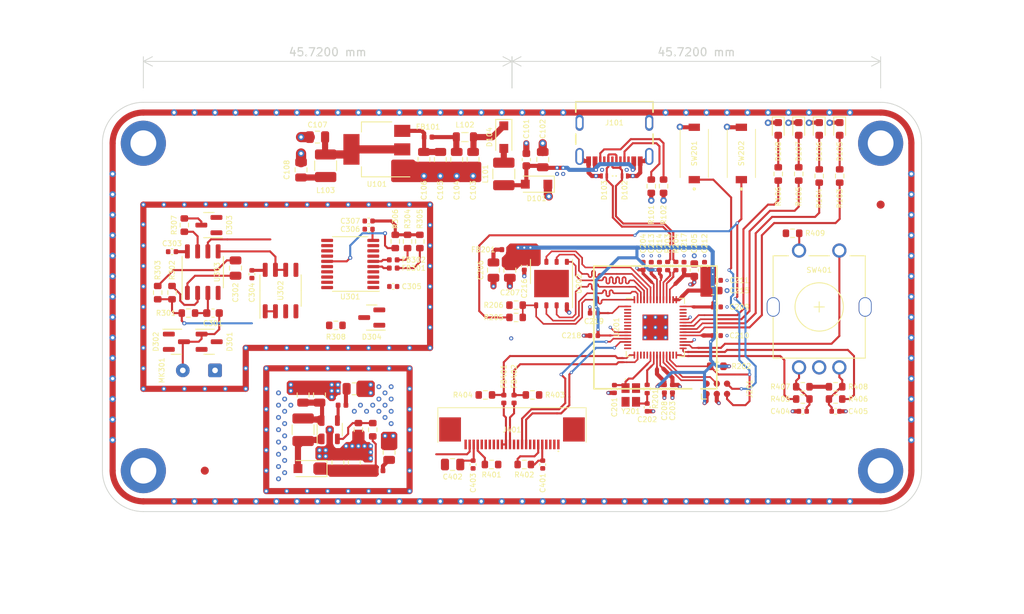
<source format=kicad_pcb>
(kicad_pcb (version 20211014) (generator pcbnew)
  (layers (0 "F.Cu" signal) (1 "In1.Cu" signal) (2 "In2.Cu" signal) (31 "B.Cu" signal) (34 "B.Paste" user) (35 "F.Paste" user) (36 "B.SilkS" user "B.Silkscreen") (37 "F.SilkS" user "F.Silkscreen") (38 "B.Mask" user) (39 "F.Mask" user) (44 "Edge.Cuts" user))
  (net 0 "")
  (net 1 "VDD")
  (net 2 "GND")
  (net 3 "Net-(C104-Pad1)")
  (net 4 "Net-(C103-Pad1)")
  (net 5 "+5V")
  (net 6 "Net-(C107-Pad1)")
  (net 7 "+3V3")
  (net 8 "/MCU/XIN")
  (net 9 "Net-(C202-Pad2)")
  (net 10 "+1V1")
  (net 11 "Net-(C301-Pad1)")
  (net 12 "Net-(C301-Pad2)")
  (net 13 "Net-(C302-Pad1)")
  (net 14 "Net-(C302-Pad2)")
  (net 15 "Net-(C404-Pad1)")
  (net 16 "Net-(C405-Pad2)")
  (net 17 "+3.3V")
  (net 18 "/USB_D-")
  (net 19 "/MCU/SWCLK")
  (net 20 "/USB_D+")
  (net 21 "Net-(D105-Pad2)")
  (net 22 "Net-(D106-Pad2)")
  (net 23 "Net-(D107-Pad2)")
  (net 24 "Net-(D108-Pad2)")
  (net 25 "/COMP_OUT")
  (net 26 "CC1")
  (net 28 "CC2")
  (net 30 "/MCU/NRST")
  (net 31 "/MCU/SWD")
  (net 32 "/MCU/USB_BOOT")
  (net 33 "/DISPLAY_RESET")
  (net 34 "/SCL")
  (net 35 "/SDA")
  (net 36 "/Display & Rotary Encoder/IREF")
  (net 41 "/LED0")
  (net 42 "/LED1")
  (net 43 "/LED2")
  (net 44 "/LED3")
  (net 45 "/MCU/XOUT")
  (net 46 "/MCU/GPIO0")
  (net 47 "/MCU/CS")
  (net 48 "+2V5")
  (net 49 "Net-(R302-Pad2)")
  (net 50 "/DPOT_RESET")
  (net 51 "Net-(R307-Pad2)")
  (net 52 "/RE_A1")
  (net 53 "/RE_B1")
  (net 54 "Net-(C408-Pad1)")
  (net 55 "/RE_SW")
  (net 56 "/Display & Rotary Encoder/VCOMH")
  (net 57 "/MCU/I2C1_SDA")
  (net 58 "/MCU/I2C1_SCL")
  (net 59 "/MCU/GPIO14")
  (net 60 "/MCU/GPIO15")
  (net 61 "/MCU/GPIO16")
  (net 62 "/MCU/GPIO21")
  (net 63 "/MCU/GPIO1")
  (net 64 "/MCU/GPIO2")
  (net 65 "/MCU/GPIO3")
  (net 66 "/MCU/GPIO4")
  (net 67 "/VCA_OUT")
  (net 68 "/MCU/ADC1")
  (net 69 "/MCU/ADC2")
  (net 70 "/MCU/ADC3")
  (net 71 "/MCU/SD3")
  (net 72 "/MCU/SCLK")
  (net 73 "/MCU/SD0")
  (net 74 "/MCU/SD2")
  (net 75 "/MCU/SD1")
  (net 76 "Net-(U301-Pad2)")
  (net 78 "Net-(U301-Pad9)")
  (net 81 "/Analog VCA & Comparator/COMP_IN")
  (net 82 "Net-(C409-Pad1)")
  (net 83 "+12V")
  (net 84 "Net-(D401-Pad2)")
  (net 86 "Net-(J401-Pad6)")
  (net 87 "/DISPLAY_SA")
  (net 89 "Net-(D104-Pad2)")
  (net 90 "Net-(J401-Pad13)")
  (net 91 "Net-(FB302-Pad1)")
  (net 92 "Net-(FB401-Pad2)")
  (net 93 "Net-(FB301-Pad1)")
  (net 94 "Net-(R409-Pad2)")
  (net 95 "Net-(R410-Pad2)")
  (net 96 "VCC")
  (net 97 "Net-(R308-Pad2)")
  (net 98 "/MCU/d+")
  (net 99 "/MCU/d-")
  (net 100 "/MCU/GPIO5")
  (net 101 "/MCU/GPIO6")
  (footprint "Capacitor_SMD:C_0402_1005Metric" (layer "F.Cu") (at 172.72 52.832 180)
    (fp_text reference "C307")
    (fp_text value "100n")
  )
  (footprint "Capacitor_SMD:C_0402_1005Metric" (layer "F.Cu") (at 230.632 76.454 180)
    (fp_text reference "C405")
    (fp_text value "100n")
  )
  (footprint "Inductor_SMD:L_1210_3225Metric" (layer "F.Cu") (at 189.484 46.99 90)
    (fp_text reference "L101")
    (fp_text value "10uH")
  )
  (footprint "Inductor_SMD:L_0402_1005Metric" (layer "F.Cu") (at 174.013 83.82 180)
    (fp_text reference "FB404" hide)
    (fp_text value "220")
  )
  (footprint "Resistor_SMD:R_0603_1608Metric" (layer "F.Cu") (at 187.96 83.058)
    (fp_text reference "R401")
    (fp_text value "910k")
  )
  (footprint "Resistor_SMD:R_0603_1608Metric" (layer "F.Cu") (at 179.07 55.372 -90)
    (fp_text reference "R305")
    (fp_text value "1k")
  )
  (footprint "Resistor_SMD:R_0603_1608Metric" (layer "F.Cu") (at 177.546 55.372 -90)
    (fp_text reference "R304")
    (fp_text value "1k")
  )
  (footprint "MountingHole:MountingHole_3.2mm_M3_DIN965_Pad" (layer "F.Cu") (at 144.78 43.18)
    (fp_text reference "H101" hide)
    (fp_text value "M3")
  )
  (footprint "Resistor_SMD:R_0603_1608Metric" (layer "F.Cu") (at 187.198 74.422)
    (fp_text reference "R404")
    (fp_text value "1k")
  )
  (footprint "Package_TO_SOT_SMD:SOT-23" (layer "F.Cu") (at 152.94 67.818)
    (fp_text reference "D301")
    (fp_text value "D_Small")
  )
  (footprint "Capacitor_SMD:C_0805_2012Metric" (layer "F.Cu") (at 166.624 74.422 90)
    (fp_text reference "C413" hide)
    (fp_text value "10u")
  )
  (footprint "Capacitor_SMD:C_0402_1005Metric" (layer "F.Cu") (at 194.31 83.058 90)
    (fp_text reference "C401")
    (fp_text value "100n")
  )
  (footprint "Resistor_SMD:R_0603_1608Metric" (layer "F.Cu") (at 176.022 55.372 -90)
    (fp_text reference "R306")
    (fp_text value "10k")
  )
  (footprint "Resistor_SMD:R_0603_1608Metric" (layer "F.Cu") (at 230.632 74.93 180)
    (fp_text reference "R406")
    (fp_text value "1k")
  )
  (footprint "Inductor_SMD:L_0402_1005Metric" (layer "F.Cu") (at 169.418 75.692)
    (fp_text reference "FB403" hide)
    (fp_text value "220")
  )
  (footprint "Footprints:AQ433701ETG" (layer "F.Cu") (at 201.93 47.244 180)
    (fp_text reference "D103")
    (fp_text value "ESD9B5.0ST5G" hide)
  )
  (footprint "Fiducial:Fiducial_1mm_Mask2mm" (layer "F.Cu") (at 236.22 50.8)
    (fp_text reference "FID102" hide)
    (fp_text value "Fiducial")
  )
  (footprint "Capacitor_SMD:C_0402_1005Metric" (layer "F.Cu") (at 226.568 76.454 180)
    (fp_text reference "C404")
    (fp_text value "100n")
  )
  (footprint "Footprints:GCT_USB4105-GF-A" (layer "F.Cu") (at 203.2 40.64 180)
    (fp_text reference "J101")
    (fp_text value "USB_C_Receptacle_USB2.0")
  )
  (footprint "Resistor_SMD:R_0603_1608Metric" (layer "F.Cu") (at 193.04 74.422 180)
    (fp_text reference "R403")
    (fp_text value "1k")
  )
  (footprint "Package_TO_SOT_SMD:SOT-23" (layer "F.Cu") (at 152.908 53.34 180)
    (fp_text reference "D303")
    (fp_text value "D_Zener_Small")
  )
  (footprint "Capacitor_SMD:C_0805_2012Metric" (layer "F.Cu") (at 179.578 45.212 -90)
    (fp_text reference "C106")
    (fp_text value "10u")
  )
  (footprint "Resistor_SMD:R_0603_1608Metric" (layer "F.Cu") (at 168.656 65.786 180)
    (fp_text reference "R308")
    (fp_text value "100")
  )
  (footprint "Capacitor_SMD:C_0402_1005Metric" (layer "F.Cu") (at 211.836 58.42 90)
    (fp_text reference "C217")
    (fp_text value "100n")
  )
  (footprint "Resistor_SMD:R_0603_1608Metric" (layer "F.Cu") (at 191.008 63.276 180)
    (fp_text reference "R206")
    (fp_text value "DNF")
  )
  (footprint "Resistor_SMD:R_0603_1608Metric" (layer "F.Cu") (at 192.024 83.058)
    (fp_text reference "R402")
    (fp_text value "10k")
  )
  (footprint "Capacitor_SMD:C_0402_1005Metric" (layer "F.Cu") (at 215.9 67.056)
    (fp_text reference "C210")
    (fp_text value "100n")
  )
  (footprint "Resistor_SMD:R_0603_1608Metric" (layer "F.Cu") (at 146.558 61.722 -90)
    (fp_text reference "R303")
    (fp_text value "10k")
  )
  (footprint "Inductor_SMD:L_0402_1005Metric" (layer "F.Cu") (at 190.754 74.93 90)
    (fp_text reference "FB402")
    (fp_text value "220")
  )
  (footprint "Capacitor_SMD:C_0402_1005Metric" (layer "F.Cu") (at 208.788 58.42 90)
    (fp_text reference "C214")
    (fp_text value "100n")
  )
  (footprint "Footprints:ECS120836CKMTR3" (layer "F.Cu") (at 205.232 74.422 -90)
    (fp_text reference "Y201")
    (fp_text value "ECS-120-8-36-CKM-TR3 " hide)
  )
  (footprint "Package_SON:WSON-8-1EP_6x5mm_P1.27mm_EP3.4x4.3mm" (layer "F.Cu") (at 195.4 60.6 90)
    (fp_text reference "U202")
    (fp_text value "W25Q128JVP")
  )
  (footprint "Resistor_SMD:R_0603_1608Metric" (layer "F.Cu") (at 226.568 73.406 180)
    (fp_text reference "R407")
    (fp_text value "1k")
  )
  (footprint "Capacitor_SMD:C_0805_2012Metric" (layer "F.Cu") (at 183.134 83.058 180)
    (fp_text reference "C402")
    (fp_text value "10u")
  )
  (footprint "Capacitor_SMD:C_0603_1608Metric" (layer "F.Cu") (at 192.278 45.212 90)
    (fp_text reference "C101")
    (fp_text value "100n")
  )
  (footprint "Resistor_SMD:R_0402_1005Metric" (layer "F.Cu") (at 209.804 58.42 -90)
    (fp_text reference "R203")
    (fp_text value "27.4")
  )
  (footprint "Resistor_SMD:R_0603_1608Metric" (layer "F.Cu") (at 231.14 47.244 90)
    (fp_text reference "R103")
    (fp_text value "1k")
  )
  (footprint "Capacitor_SMD:C_0402_1005Metric" (layer "F.Cu") (at 209.4 73.66 -90)
    (fp_text reference "C208")
    (fp_text value "100n")
  )
  (footprint "Inductor_SMD:L_1210_3225Metric" (layer "F.Cu") (at 167.386 45.974 -90)
    (fp_text reference "L103")
    (fp_text value "10uH")
  )
  (footprint "Resistor_SMD:R_0603_1608Metric" (layer "F.Cu") (at 150.368 64.262 180)
    (fp_text reference "R301")
    (fp_text value "1M")
  )
  (footprint "Capacitor_SMD:C_0402_1005Metric" (layer "F.Cu") (at 215.9 63.5)
    (fp_text reference "C209")
    (fp_text value "100n")
  )
  (footprint "Capacitor_SMD:C_0805_2012Metric" (layer "F.Cu") (at 170.942 73.66)
    (fp_text reference "C407" hide)
    (fp_text value "10u")
  )
  (footprint "Capacitor_SMD:C_0402_1005Metric" (layer "F.Cu") (at 214.376 58.42 90)
    (fp_text reference "C212")
    (fp_text value "100n")
  )
  (footprint "Resistor_SMD:R_0603_1608Metric" (layer "F.Cu") (at 173.228 78.74 -90)
    (fp_text reference "R411" hide)
    (fp_text value "43k")
  )
  (footprint "Capacitor_SMD:C_0805_2012Metric" (layer "F.Cu") (at 183.642 45.212 -90)
    (fp_text reference "C104")
    (fp_text value "10u")
  )
  (footprint "Footprints:AQ433701ETG" (layer "F.Cu") (at 204.47 47.244)
    (fp_text reference "D102")
    (fp_text value "ESD9B5.0ST5G" hide)
  )
  (footprint "Inductor_SMD:L_0402_1005Metric" (layer "F.Cu") (at 175.768 58.674)
    (fp_text reference "FB301")
    (fp_text value "220")
  )
  (footprint "Resistor_SMD:R_0603_1608Metric" (layer "F.Cu") (at 171.45 78.74 90)
    (fp_text reference "R410" hide)
    (fp_text value "5k1")
  )
  (footprint "Package_SO:SO-8_3.9x4.9mm_P1.27mm" (layer "F.Cu") (at 161.798 61.468 90)
    (fp_text reference "U302")
    (fp_text value "LMV358")
  )
  (footprint "Capacitor_SMD:C_0805_2012Metric" (layer "F.Cu") (at 175.26 81.534 90)
    (fp_text reference "C410" hide)
    (fp_text value "10u")
  )
  (footprint "Capacitor_SMD:C_0805_2012Metric" (layer "F.Cu") (at 190.232 58.928 -90)
    (fp_text reference "C207")
    (fp_text value "10u")
  )
  (footprint "Inductor_SMD:L_0402_1005Metric" (layer "F.Cu") (at 189.484 74.93 -90)
    (fp_text reference "FB401")
    (fp_text value "220")
  )
  (footprint "Capacitor_SMD:C_0805_2012Metric" (layer "F.Cu") (at 194.31 45.212 90)
    (fp_text reference "C102")
    (fp_text value "10u")
  )
  (footprint "Inductor_SMD:L_1210_3225Metric" (layer "F.Cu") (at 164.592 78.74 -90)
    (fp_text reference "L402" hide)
    (fp_text value "10uH")
  )
  (footprint "Capacitor_SMD:C_0402_1005Metric" (layer "F.Cu") (at 206.756 58.42 90)
    (fp_text reference "C204")
    (fp_text value "100n")
  )
  (footprint "Package_TO_SOT_SMD:SOT-23-5" (layer "F.Cu") (at 167.894 78.74 90)
    (fp_text reference "U401" hide)
    (fp_text value "AP3012")
  )
  (footprint "Capacitor_SMD:C_0402_1005Metric" (layer "F.Cu") (at 200.66 64.262 180)
    (fp_text reference "C219")
    (fp_text value "100n")
  )
  (footprint "Inductor_SMD:L_0805_2012Metric" (layer "F.Cu") (at 184.658 42.418 180)
    (fp_text reference "L102")
    (fp_text value "470nH")
  )
  (footprint "Footprints:PEC11L" (layer "F.Cu") (at 228.6 63.5)
    (fp_text reference "SW401")
    (fp_text value "RE_SW")
  )
  (footprint "Capacitor_SMD:C_0805_2012Metric" (layer "F.Cu") (at 168.91 82.804 90)
    (fp_text reference "C409" hide)
    (fp_text value "10u")
  )
  (footprint "Resistor_SMD:R_0603_1608Metric" (layer "F.Cu") (at 223.52 46.99 90)
    (fp_text reference "R106")
    (fp_text value "1k")
  )
  (footprint "Capacitor_SMD:C_0402_1005Metric" (layer "F.Cu") (at 215.9 60.198)
    (fp_text reference "C211")
    (fp_text value "100n")
  )
  (footprint "Package_DFN_QFN:QFN-56-1EP_7x7mm_P0.4mm_EP3.2x3.2mm" (layer "F.Cu") (at 208.28 66.04)
    (fp_text reference "U201")
    (fp_text value "RP2040")
  )
  (footprint "Resistor_SMD:R_0603_1608Metric" (layer "F.Cu") (at 228.6 47.244 -90)
    (fp_text reference "R104")
    (fp_text value "1k")
  )
  (footprint "Resistor_SMD:R_0603_1608Metric" (layer "F.Cu") (at 226.06 46.99 90)
    (fp_text reference "R105")
    (fp_text value "1k")
  )
  (footprint "Capacitor_SMD:C_0805_2012Metric" (layer "F.Cu") (at 170.942 82.804 90)
    (fp_text reference "C412" hide)
    (fp_text value "10u")
  )
  (footprint "Capacitor_SMD:C_0603_1608Metric" (layer "F.Cu") (at 153.416 64.262 180)
    (fp_text reference "C301")
    (fp_text value "10n")
  )
  (footprint "Capacitor_SMD:C_0603_1608Metric" (layer "F.Cu") (at 215.392 61.468)
    (fp_text reference "C215")
    (fp_text value "1u")
  )
  (footprint "Capacitor_SMD:C_0402_1005Metric" (layer "F.Cu") (at 210.4 73.66 -90)
    (fp_text reference "C203")
    (fp_text value "100n")
  )
  (footprint "Capacitor_SMD:C_0402_1005Metric" (layer "F.Cu") (at 203.2 73.682 90)
    (fp_text reference "C201")
    (fp_text value "6pF")
  )
  (footprint "LED_SMD:LED_0603_1608Metric" (layer "F.Cu") (at 226.06 41.402 -90)
    (fp_text reference "D107")
    (fp_text value "R")
  )
  (footprint "Package_SO:TSSOP-20_4.4x6.5mm_P0.65mm" (layer "F.Cu") (at 170.434 58.166 180)
    (fp_text reference "U301")
    (fp_text value "MCP4431-xxxx-ST")
  )
  (footprint "Capacitor_SMD:C_0805_2012Metric" (layer "F.Cu") (at 164.338 46.482 90)
    (fp_text reference "C108")
    (fp_text value "10u")
  )
  (footprint "Diode_SMD:D_SOD-123F" (layer "F.Cu") (at 165.354 83.566 180)
    (fp_text reference "D401" hide)
    (fp_text value "FM240A")
  )
  (footprint "LED_SMD:LED_0603_1608Metric" (layer "F.Cu") (at 228.6 41.402 -90)
    (fp_text reference "D106")
    (fp_text value "R")
  )
  (footprint "Capacitor_SMD:C_0603_1608Metric" (layer "F.Cu") (at 213.106 58.928 90)
    (fp_text reference "C205")
    (fp_text value "1u")
  )
  (footprint "Capacitor_SMD:C_0402_1005Metric" (layer "F.Cu") (at 207.264 75.968 90)
    (fp_text reference "C202")
    (fp_text value "6pF")
  )
  (footprint "Resistor_SMD:R_0603_1608Metric" (layer "F.Cu") (at 215.9 70.866)
    (fp_text reference "R202")
    (fp_text value "1k")
  )
  (footprint "Resistor_SMD:R_0603_1608Metric" (layer "F.Cu") (at 149.86 53.34 -90)
    (fp_text reference "R307")
    (fp_text value "100")
  )
  (footprint "MountingHole:MountingHole_3.2mm_M3_DIN965_Pad" (layer "F.Cu") (at 236.22 43.18)
    (fp_text reference "H102" hide)
    (fp_text value "M3")
  )
  (footprint "Resistor_SMD:R_0603_1608Metric" (layer "F.Cu") (at 230.632 73.406 180)
    (fp_text reference "R408")
    (fp_text value "1k")
  )
  (footprint "Resistor_SMD:R_0603_1608Metric" (layer "F.Cu") (at 225.298 54.356)
    (fp_text reference "R409")
    (fp_text value "10k")
  )
  (footprint "Capacitor_SMD:C_0402_1005Metric" (layer "F.Cu") (at 207.772 58.42 90)
    (fp_text reference "C213")
    (fp_text value "100n")
  )
  (footprint "Inductor_SMD:L_0402_1005Metric" (layer "F.Cu") (at 189.724 56.388001 180)
    (fp_text reference "FB201")
    (fp_text value "220")
  )
  (footprint "MountingHole:MountingHole_3.2mm_M3_DIN965_Pad" (layer "F.Cu") (at 144.78 83.82)
    (fp_text reference "H103" hide)
    (fp_text value "M3")
  )
  (footprint "Capacitor_SMD:C_0805_2012Metric" (layer "F.Cu") (at 164.592 74.422 90)
    (fp_text reference "C408" hide)
    (fp_text value "10u")
  )
  (footprint "Resistor_SMD:R_0603_1608Metric" (layer "F.Cu") (at 148.336 61.722 90)
    (fp_text reference "R302")
    (fp_text value "1k")
  )
  (footprint "Package_TO_SOT_SMD:SOT-23" (layer "F.Cu") (at 173.106 64.816 180)
    (fp_text reference "D304")
    (fp_text value "D_Zener_Small")
  )
  (footprint "Capacitor_SMD:C_0402_1005Metric" (layer "F.Cu") (at 200.66 67.056 180)
    (fp_text reference "C218")
    (fp_text value "100n")
  )
  (footprint "Capacitor_SMD:C_0805_2012Metric" (layer "F.Cu") (at 166.37 42.418 180)
    (fp_text reference "C107")
    (fp_text value "10u")
  )
  (footprint "Diode_SMD:D_SOD-123F" (layer "F.Cu") (at 193.548 48.26 180)
    (fp_text reference "D101")
    (fp_text value "ESD9B5.0ST5G")
  )
  (footprint "Connector_Wire:SolderWire-0.15sqmm_1x02_P4mm_D0.5mm_OD1.5mm" (layer "F.Cu") (at 153.67 71.374 180)
    (fp_text reference "MK301")
    (fp_text value "Microphone_Crystal")
  )
  (footprint "Capacitor_SMD:C_0805_2012Metric" (layer "F.Cu") (at 156.21 58.674 90)
    (fp_text reference "C302")
    (fp_text value "10u")
  )
  (footprint "Capacitor_SMD:C_0402_1005Metric" (layer "F.Cu") (at 175.768 60.96)
    (fp_text reference "C305")
    (fp_text value "100n")
  )
  (footprint "Footprints:PTS636SM50JSMTRLFS" (layer "F.Cu") (at 213.106 44.45 90)
    (fp_text reference "SW201")
    (fp_text value "SW_Push" hide)
  )
  (footprint "Resistor_SMD:R_0402_1005Metric" (layer "F.Cu") (at 210.82 58.42 -90)
    (fp_text reference "R204")
    (fp_text value "27.4")
  )
  (footprint "LED_SMD:LED_0603_1608Metric" (layer "F.Cu") (at 223.52 41.402 -90)
    (fp_text reference "D108")
    (fp_text value "R")
  )
  (footprint "Inductor_SMD:L_0402_1005Metric" (layer "F.Cu") (at 175.768 57.658)
    (fp_text reference "FB302")
    (fp_text value "220")
  )
  (footprint "LED_SMD:LED_0603_1608Metric" (layer "F.Cu") (at 231.14 41.402 -90)
    (fp_text reference "D105")
    (fp_text value "R")
  )
  (footprint "Package_TO_SOT_SMD:SOT-223-3_TabPin2" (layer "F.Cu") (at 173.736 43.942 180)
    (fp_text reference "U101")
    (fp_text value "NCP1117-3.3_SOT223")
  )
  (footprint "Resistor_SMD:R_0402_1005Metric" (layer "F.Cu") (at 207.264 73.682 -90)
    (fp_text reference "R201")
    (fp_text value "2k2")
  )
  (footprint "MountingHole:MountingHole_3.2mm_M3_DIN965_Pad" (layer "F.Cu") (at 236.22 83.82)
    (fp_text reference "H104" hide)
    (fp_text value "M3")
  )
  (footprint "Resistor_SMD:R_0603_1608Metric" (layer "F.Cu") (at 209.296 48.514 90)
    (fp_text reference "R102")
    (fp_text value "5k1")
  )
  (footprint "Connector:Tag-Connect_TC2030-IDC-NL_2x03_P1.27mm_Vertical" (layer "F.Cu") (at 215.9 73.66)
    (fp_text reference "J201")
    (fp_text value "Conn_01x06")
  )
  (footprint "Capacitor_SMD:C_0402_1005Metric" (layer "F.Cu") (at 185.674 83.058 -90)
    (fp_text reference "C403")
    (fp_text value "100n")
  )
  (footprint "Inductor_SMD:L_0402_1005Metric" (layer "F.Cu") (at 180.086 42.418 180)
    (fp_text reference "FB101")
    (fp_text value "220")
  )
  (footprint "Capacitor_SMD:C_0805_2012Metric" (layer "F.Cu") (at 181.61 45.212 -90)
    (fp_text reference "C105")
    (fp_text value "10u")
  )
  (footprint "Capacitor_SMD:C_0805_2012Metric" (layer "F.Cu") (at 185.674 45.212 -90)
    (fp_text reference "C103")
    (fp_text value "10u")
  )
  (footprint "Resistor_SMD:R_0603_1608Metric" (layer "F.Cu") (at 191.008 64.8)
    (fp_text reference "R205")
    (fp_text value "1k")
  )
  (footprint "Footprints:68712414022" (layer "F.Cu") (at 190.5 78.74 180)
    (fp_text reference "J401")
    (fp_text value "68712414022" hide)
  )
  (footprint "Capacitor_SMD:C_0805_2012Metric" (layer "F.Cu") (at 188.2 58.928 -90)
    (fp_text reference "C206")
    (fp_text value "10u")
  )
  (footprint "Fiducial:Fiducial_1mm_Mask2mm" (layer "F.Cu") (at 152.4 83.82)
    (fp_text reference "FID101" hide)
    (fp_text value "Fiducial")
  )
  (footprint "Capacitor_SMD:C_0402_1005Metric" (layer "F.Cu") (at 158.242 59.436 -90)
    (fp_text reference "C304")
    (fp_text value "100n")
  )
  (footprint "Capacitor_SMD:C_0402_1005Metric" (layer "F.Cu") (at 172.72 53.848 180)
    (fp_text reference "C306")
    (fp_text value "100n")
  )
  (footprint "Diode_SMD:D_SOD-123F" (layer "F.Cu") (at 189.484 42.418 -90)
    (fp_text reference "D104")
    (fp_text value "FM240A")
  )
  (footprint "Resistor_SMD:R_0603_1608Metric" (layer "F.Cu") (at 207.772 48.514 -90)
    (fp_text reference "R101")
    (fp_text value "5k1")
  )
  (footprint "Package_TO_SOT_SMD:SOT-23" (layer "F.Cu") (at 148.876 67.818)
    (fp_text reference "D302")
    (fp_text value "D_Small")
  )
  (footprint "Capacitor_SMD:C_0402_1005Metric" (layer "F.Cu") (at 148.336 56.642 180)
    (fp_text reference "C303")
    (fp_text value "100n")
  )
  (footprint "Footprints:PTS636SM50JSMTRLFS" (layer "F.Cu") (at 218.948 44.45 90)
    (fp_text reference "SW202")
    (fp_text value "SW_Push" hide)
  )
  (footprint "Resistor_SMD:R_0603_1608Metric" (layer "F.Cu") (at 226.568 74.93)
    (fp_text reference "R405")
    (fp_text value "1k")
  )
  (footprint "Package_SO:SO-8_3.9x4.9mm_P1.27mm" (layer "F.Cu") (at 152.146 59.182 90)
    (fp_text reference "U303")
    (fp_text value "LMV358")
  )
  (footprint "Capacitor_SMD:C_0402_1005Metric" (layer "F.Cu") (at 192.024 58.42 -90)
    (fp_text reference "C216")
    (fp_text value "100n")
  )
  (gr_line (start 144.78 73.66) (end 157.48 73.66) (layer "F.Cu") (width 0.762))
  (gr_arc (start 240.03 83.82) (mid 238.914077 86.514077) (end 236.22 87.63) (layer "F.Cu") (width 0.762))
  (gr_line (start 180.34 50.8) (end 180.34 68.58) (layer "F.Cu") (width 0.762))
  (gr_line (start 240.03 43.18) (end 240.03 83.82) (layer "F.Cu") (width 0.762))
  (gr_line (start 180.34 50.8) (end 144.78 50.8) (layer "F.Cu") (width 0.762))
  (gr_arc (start 236.22 39.37) (mid 238.914077 40.485923) (end 240.03 43.18) (layer "F.Cu") (width 0.762))
  (gr_arc (start 144.78 87.63) (mid 142.085923 86.514077) (end 140.97 83.82) (layer "F.Cu") (width 0.762))
  (gr_line (start 236.22 39.37) (end 144.78 39.37) (layer "F.Cu") (width 0.762))
  (gr_line (start 144.78 50.8) (end 144.78 73.66) (layer "F.Cu") (width 0.762))
  (gr_line (start 140.97 83.82) (end 140.97 43.18) (layer "F.Cu") (width 0.762))
  (gr_line (start 157.48 68.58) (end 180.34 68.58) (layer "F.Cu") (width 0.762))
  (gr_line (start 157.48 73.66) (end 157.48 68.58) (layer "F.Cu") (width 0.762))
  (gr_line (start 144.78 87.63) (end 236.22 87.63) (layer "F.Cu") (width 0.762))
  (gr_rect (start 177.8 71.12) (end 160.02 86.36) (layer "F.Cu") (width 0.762) (fill none))
  (gr_arc (start 140.97 43.18) (mid 142.085923 40.485923) (end 144.78 39.37) (layer "F.Cu") (width 0.762))
  (gr_rect (start 215.9 58.42) (end 200.66 73.66) (layer "F.SilkS") (width 0.2) (fill none))
  (gr_arc (start 139.7 43.18) (mid 141.187898 39.587898) (end 144.78 38.1) (layer "Edge.Cuts") (width 0.1))
  (gr_line (start 241.3 43.18) (end 241.3 83.82) (layer "Edge.Cuts") (width 0.1))
  (gr_line (start 236.22 88.9) (end 144.78 88.9) (layer "Edge.Cuts") (width 0.1))
  (gr_arc (start 144.78 88.9) (mid 141.187898 87.412102) (end 139.7 83.82) (layer "Edge.Cuts") (width 0.1))
  (gr_line (start 139.7 83.82) (end 139.7 43.18) (layer "Edge.Cuts") (width 0.1))
  (gr_line (start 144.78 38.1) (end 236.22 38.1) (layer "Edge.Cuts") (width 0.1))
  (gr_arc (start 236.22 38.1) (mid 239.812102 39.587898) (end 241.3 43.18) (layer "Edge.Cuts") (width 0.1))
  (gr_arc (start 241.3 83.82) (mid 239.812102 87.412102) (end 236.22 88.9) (layer "Edge.Cuts") (width 0.1))
  (dimension (type aligned) (layer "Edge.Cuts") (pts (xy 190.5 36.83) (xy 144.78 36.83)) (height 3.809999) (gr_text "45,7200 mm" (at 167.64 31.870001) (layer "Edge.Cuts") (effects (font (size 1 1) (thickness 0.15)))) (format (units 3) (units_format 1) (precision 4)) (style (thickness 0.1) (arrow_length 1.27) (text_position_mode 0) (extension_height 0.58642) (extension_offset 0.5) keep_text_aligned))
  (dimension (type aligned) (layer "Edge.Cuts") (pts (xy 190.5 36.83) (xy 236.22 36.83)) (height -3.81) (gr_text "45,7200 mm" (at 213.36 31.87) (layer "Edge.Cuts") (effects (font (size 1 1) (thickness 0.15)))) (format (units 3) (units_format 1) (precision 4)) (style (thickness 0.1) (arrow_length 1.27) (text_position_mode 0) (extension_height 0.58642) (extension_offset 0.5) keep_text_aligned))
  (segment (start 205.6 46.368) (end 205.486 46.482) (width 0.508) (layer "F.Cu") (net 1))
  (segment (start 196.85 46.228) (end 196.088 46.228) (width 0.508) (layer "F.Cu") (net 1))
  (segment (start 196.088 46.228) (end 194.376 46.228) (width 0.508) (layer "F.Cu") (net 1))
  (segment (start 192.278 48.13) (end 192.148 48.26) (width 0.508) (layer "F.Cu") (net 1))
  (segment (start 192.018 48.39) (end 192.148 48.26) (width 0.508) (layer "F.Cu") (net 1))
  (segment (start 192.278 45.987) (end 192.278 48.13) (width 0.508) (layer "F.Cu") (net 1))
  (segment (start 194.376 46.228) (end 194.31 46.162) (width 0.508) (layer "F.Cu") (net 1))
  (segment (start 200.8 46.368) (end 200.914 46.482) (width 0.508) (layer "F.Cu") (net 1))
  (segment (start 194.135 45.987) (end 194.31 46.162) (width 0.508) (layer "F.Cu") (net 1))
  (segment (start 192.278 45.987) (end 194.135 45.987) (width 0.508) (layer "F.Cu") (net 1))
  (segment (start 189.484 48.39) (end 192.018 48.39) (width 0.508) (layer "F.Cu") (net 1))
  (segment (start 205.6 45.395) (end 205.6 46.368) (width 0.508) (layer "F.Cu") (net 1))
  (segment (start 200.8 45.395) (end 200.8 46.368) (width 0.508) (layer "F.Cu") (net 1))
  (via (at 200.914 46.482) (size 0.508) (drill 0.254) (layers "F.Cu" "B.Cu") (net 1))
  (via (at 196.088 46.228) (size 0.508) (drill 0.254) (layers "F.Cu" "B.Cu") (net 1))
  (via (at 196.85 46.228) (size 0.508) (drill 0.254) (layers "F.Cu" "B.Cu") (net 1))
  (via (at 205.486 46.482) (size 0.508) (drill 0.254) (layers "F.Cu" "B.Cu") (net 1))
  (segment (start 197.612 46.482) (end 197.358 46.228) (width 0.508) (layer "B.Cu") (net 1))
  (segment (start 205.486 46.242736) (end 205.486 46.482) (width 0.508) (layer "B.Cu") (net 1))
  (segment (start 200.914 46.482) (end 197.612 46.482) (width 0.508) (layer "B.Cu") (net 1))
  (segment (start 201.381236 45.774) (end 205.017264 45.774) (width 0.508) (layer "B.Cu") (net 1))
  (segment (start 200.914 46.482) (end 200.914 46.241236) (width 0.508) (layer "B.Cu") (net 1))
  (segment (start 205.017264 45.774) (end 205.486 46.242736) (width 0.508) (layer "B.Cu") (net 1))
  (segment (start 200.914 46.241236) (end 201.381236 45.774) (width 0.508) (layer "B.Cu") (net 1))
  (segment (start 197.358 46.228) (end 196.85 46.228) (width 0.508) (layer "B.Cu") (net 1))
  (segment (start 223.52 40.6145) (end 222.2755 40.6145) (width 0.508) (layer "F.Cu") (net 2))
  (segment (start 207.27 76.454) (end 207.264 76.448) (width 0.508) (layer "F.Cu") (net 2))
  (segment (start 195.072 49.784) (end 194.948 49.66) (width 1.016) (layer "F.Cu") (net 2))
  (segment (start 165.42 42.418) (end 164.338 42.418) (width 1.27) (layer "F.Cu") (net 2))
  (segment (start 199.455 45.395) (end 198.88 44.82) (width 0.508) (layer "F.Cu") (net 2))
  (segment (start 200.914 47.244) (end 201.422 47.244) (width 0.508) (layer "F.Cu") (net 2))
  (segment (start 194.948 49.66) (end 194.948 48.26) (width 1.016) (layer "F.Cu") (net 2))
  (segment (start 200 45.395) (end 199.455 45.395) (width 0.508) (layer "F.Cu") (net 2))
  (segment (start 209.296 50.292) (end 209.296 49.339) (width 0.508) (layer "F.Cu") (net 2))
  (segment (start 211.328 41.148) (end 211.38 41.2) (width 0.508) (layer "F.Cu") (net 2))
  (segment (start 206.4 45.395) (end 206.945 45.395) (width 0.508) (layer "F.Cu") (net 2))
  (segment (start 231.14 40.6145) (end 229.921 40.6145) (width 0.508) (layer "F.Cu") (net 2))
  (segment (start 192.278 44.437) (end 192.278 43.18) (width 0.762) (layer "F.Cu") (net 2))
  (segment (start 207.772 49.339) (end 207.772 50.292) (width 0.508) (layer "F.Cu") (net 2))
  (segment (start 206.4 46.838) (end 205.994 47.244) (width 0.508) (layer "F.Cu") (net 2))
  (segment (start 216.154 75.438) (end 215.9 75.184) (width 0.508) (layer "F.Cu") (net 2))
  (segment (start 206.945 45.395) (end 207.52 44.82) (width 0.508) (layer "F.Cu") (net 2))
  (segment (start 204.795 47.244) (end 204.978 47.244) (width 0.254) (layer "F.Cu") (net 2))
  (segment (start 218.948 41.2) (end 217.222 41.2) (width 0.508) (layer "F.Cu") (net 2))
  (segment (start 208.026 76.454) (end 207.27 76.454) (width 0.508) (layer "F.Cu") (net 2))
  (segment (start 206.4 45.395) (end 206.4 46.838) (width 0.508) (layer "F.Cu") (net 2))
  (segment (start 205.486 47.244) (end 204.978 47.244) (width 0.508) (layer "F.Cu") (net 2))
  (segment (start 164.338 45.532) (end 164.338 44.45) (width 1.27) (layer "F.Cu") (net 2))
  (segment (start 209.4 74.14) (end 209.4 74.8) (width 0.508) (layer "F.Cu") (net 2))
  (segment (start 200.406 47.244) (end 200.914 47.244) (width 0.508) (layer "F.Cu") (net 2))
  (segment (start 192.024 58.9) (end 192.024 59.69) (width 0.508) (layer "F.Cu") (net 2))
  (segment (start 200 45.395) (end 200 46.838) (width 0.508) (layer "F.Cu") (net 2))
  (segment (start 229.921 40.6145) (end 229.8955 40.64) (width 0.508) (layer "F.Cu") (net 2))
  (segment (start 194.31 43.18) (end 194.31 44.262) (width 1.016) (layer "F.Cu") (net 2))
  (segment (start 222.2755 40.6145) (end 222.25 40.64) (width 0.508) (layer "F.Cu") (net 2))
  (segment (start 201.605 47.244) (end 201.422 47.244) (width 0.254) (layer "F.Cu") (net 2))
  (segment (start 226.06 40.6145) (end 224.8155 40.6145) (width 0.508) (layer "F.Cu") (net 2))
  (segment (start 188.2 59.878) (end 188.2 60.946) (width 0.762) (layer "F.Cu") (net 2))
  (segment (start 197.305 63.3) (end 197.305 63.905) (width 0.508) (layer "F.Cu") (net 2))
  (segment (start 210.4 74.14) (end 210.4 74.8) (width 0.508) (layer "F.Cu") (net 2))
  (segment (start 200.18 63.528) (end 200.152 63.5) (width 0.381) (layer "F.Cu") (net 2))
  (segment (start 190.232 59.878) (end 190.232 60.946) (width 0.762) (layer "F.Cu") (net 2))
  (segment (start 200.18 64.262) (end 200.18 63.528) (width 0.381) (layer "F.Cu") (net 2))
  (segment (start 211.38 41.2) (end 213.106 41.2) (width 0.508) (layer "F.Cu") (net 2))
  (segment (start 228.6 40.6145) (end 227.3555 40.6145) (width 0.508) (layer "F.Cu") (net 2))
  (segment (start 200 46.838) (end 200.406 47.244) (width 0.508) (layer "F.Cu") (net 2))
  (segment (start 231.112 76.454) (end 231.902 76.454) (width 0.508) (layer "F.Cu") (net 2))
  (segment (start 217.222 41.2) (end 217.17 41.148) (width 0.508) (layer "F.Cu") (net 2))
  (segment (start 226.088 76.454) (end 225.298 76.454) (width 0.508) (layer "F.Cu") (net 2))
  (segment (start 224.8155 40.6145) (end 224.79 40.64) (width 0.508) (layer "F.Cu") (net 2))
  (segment (start 200.18 67.056) (end 199.39 67.056) (width 0.508) (layer "F.Cu") (net 2))
  (segment (start 227.3555 40.6145) (end 227.33 40.64) (width 0.508) (layer "F.Cu") (net 2))
  (segment (start 202.438 74.168) (end 203.194 74.168) (width 0.508) (layer "F.Cu") (net 2))
  (segment (start 215.9 75.184) (end 215.9 74.295) (width 0.508) (layer "F.Cu") (net 2))
  (segment (start 197.305 63.905) (end 197.6 64.2) (width 0.508) (layer "F.Cu") (net 2))
  (segment (start 205.994 47.244) (end 205.486 47.244) (width 0.508) (layer "F.Cu") (net 2))
  (segment (start 203.194 74.168) (end 203.2 74.162) (width 0.508) (layer "F.Cu") (net 2))
  (via (at 180.34 55.88) (size 0.6) (drill 0.3) (layers "F.Cu" "B.Cu") (net 2))
  (via (at 140.97 67.31) (size 0.8) (drill 0.4) (layers "F.Cu" "B.Cu") (net 2))
  (via (at 208.28 64.77) (size 0.508) (drill 0.254) (layers "F.Cu" "B.Cu") (net 2))
  (via (at 164.338 44.45) (size 0.8) (drill 0.4) (layers "F.Cu" "B.Cu") (net 2))
  (via (at 170.18 86.36) (size 0.6) (drill 0.3) (layers "F.Cu" "B.Cu") (net 2))
  (via (at 195.072 49.784) (size 0.8) (drill 0.4) (layers "F.Cu" "B.Cu") (net 2))
  (via (at 191.77 87.63) (size 0.8) (drill 0.4) (layers "F.Cu" "B.Cu") (net 2))
  (via (at 240.03 54.61) (size 0.8) (drill 0.4) (layers "F.Cu" "B.Cu") (net 2))
  (via (at 211.836 57.15) (size 0.4) (drill 0.2) (layers "F.Cu" "B.Cu") (net 2))
  (via (at 162.306 76.454) (size 0.6) (drill 0.3) (layers "F.Cu" "B.Cu") (net 2))
  (via (at 191.77 39.37) (size 0.8) (drill 0.4) (layers "F.Cu" "B.Cu") (net 2))
  (via (at 174.752 75.692) (size 0.6) (drill 0.3) (layers "F.Cu" "B.Cu") (net 2))
  (via (at 148.59 39.37) (size 0.8) (drill 0.4) (layers "F.Cu" "B.Cu") (net 2))
  (via (at 140.97 77.47) (size 0.8) (drill 0.4) (layers "F.Cu" "B.Cu") (net 2))
  (via (at 160.02 78.74) (size 0.6) (drill 0.3) (layers "F.Cu" "B.Cu") (net 2))
  (via (at 196.85 39.37) (size 0.8) (drill 0.4) (layers "F.Cu" "B.Cu") (net 2))
  (via (at 175.514 77.978) (size 0.6) (drill 0.3) (layers "F.Cu" "B.Cu") (net 2))
  (via (at 172.72 68.58) (size 0.6) (drill 0.3) (layers "F.Cu" "B.Cu") (net 2))
  (via (at 175.514 74.93) (size 0.6) (drill 0.3) (layers "F.Cu" "B.Cu") (net 2))
  (via (at 167.64 86.36) (size 0.6) (drill 0.3) (layers "F.Cu" "B.Cu") (net 2))
  (via (at 225.298 76.454) (size 0.4) (drill 0.2) (layers "F.Cu" "B.Cu") (net 2))
  (via (at 163.83 87.63) (size 0.8) (drill 0.4) (layers "F.Cu" "B.Cu") (net 2))
  (via (at 214.63 39.37) (size 0.8) (drill 0.4) (layers "F.Cu" "B.Cu") (net 2))
  (via (at 217.17 39.37) (size 0.8) (drill 0.4) (layers "F.Cu" "B.Cu") (net 2))
  (via (at 149.86 50.8) (size 0.6) (drill 0.3) (layers "F.Cu" "B.Cu") (net 2))
  (via (at 190.4 67.4) (size 0.508) (drill 0.254) (layers "F.Cu" "B.Cu") (net 2))
  (via (at 184.15 39.37) (size 0.8) (drill 0.4) (layers "F.Cu" "B.Cu") (net 2))
  (via (at 190.232 60.946) (size 0.508) (drill 0.254) (layers "F.Cu" "B.Cu") (net 2))
  (via (at 183.642 47.244) (size 0.8) (drill 0.4) (layers "F.Cu" "B.Cu") (net 2))
  (via (at 147.32 50.8) (size 0.6) (drill 0.3) (layers "F.Cu" "B.Cu") (net 2))
  (via (at 172.72 86.36) (size 0.6) (drill 0.3) (layers "F.Cu" "B.Cu") (net 2))
  (via (at 170.18 50.8) (size 0.6) (drill 0.3) (layers "F.Cu" "B.Cu") (net 2))
  (via (at 162.306 82.55) (size 0.6) (drill 0.3) (layers "F.Cu" "B.Cu") (net 2))
  (via (at 240.03 64.77) (size 0.8) (drill 0.4) (layers "F.Cu" "B.Cu") (net 2))
  (via (at 179.578 47.244) (size 0.8) (drill 0.4) (layers "F.Cu" "B.Cu") (net 2))
  (via (at 140.97 57.15) (size 0.8) (drill 0.4) (layers "F.Cu" "B.Cu") (net 2))
  (via (at 240.03 62.23) (size 0.8) (drill 0.4) (layers "F.Cu" "B.Cu") (net 2))
  (via (at 177.799303 76.204186) (size 0.6) (drill 0.3) (layers "F.Cu" "B.Cu") (net 2))
  (via (at 176.53 87.63) (size 0.8) (drill 0.4) (layers "F.Cu" "B.Cu") (net 2))
  (via (at 144.78 68.58) (size 0.6) (drill 0.3) (layers "F.Cu" "B.Cu") (net 2))
  (via (at 144.78 66.04) (size 0.6) (drill 0.3) (layers "F.Cu" "B.Cu") (net 2))
  (via (at 197.6 64.2) (size 0.508) (drill 0.254) (layers "F.Cu" "B.Cu") (net 2))
  (via (at 162.56 50.8) (size 0.6) (drill 0.3) (layers "F.Cu" "B.Cu") (net 2))
  (via (at 213.106 57.15) (size 0.6) (drill 0.3) (layers "F.Cu" "B.Cu") (net 2))
  (via (at 240.03 46.99) (size 0.8) (drill 0.4) (layers "F.Cu" "B.Cu") (net 2))
  (via (at 207.01 87.63) (size 0.8) (drill 0.4) (layers "F.Cu" "B.Cu") (net 2))
  (via (at 161.29 39.37) (size 0.8) (drill 0.4) (layers "F.Cu" "B.Cu") (net 2))
  (via (at 165.093021 71.108137) (size 0.6) (drill 0.3) (layers "F.Cu" "B.Cu") (net 2))
  (via (at 177.8 86.36) (size 0.6) (drill 0.3) (layers "F.Cu" "B.Cu") (net 2))
  (via (at 240.03 59.69) (size 0.8) (drill 0.4) (layers "F.Cu" "B.Cu") (net 2))
  (via (at 168.91 73.152) (size 0.6) (drill 0.3) (layers "F.Cu" "B.Cu") (net 2))
  (via (at 152.513043 50.74749) (size 0.6) (drill 0.3) (layers "F.Cu" "B.Cu") (net 2))
  (via (at 177.8 83.82) (size 0.6) (drill 0.3) (layers "F.Cu" "B.Cu") (net 2))
  (via (at 208.788 57.15) (size 0.4) (drill 0.2) (layers "F.Cu" "B.Cu") (net 2))
  (via (at 199.39 67.056) (size 0.4) (drill 0.2) (layers "F.Cu" "B.Cu") (net 2))
  (via (at 232.41 87.63) (size 0.8) (drill 0.4) (layers "F.Cu" "B.Cu") (net 2))
  (via (at 162.306 79.502) (size 0.6) (drill 0.3) (layers "F.Cu" "B.Cu") (net 2))
  (via (at 163.068 75.692) (size 0.6) (drill 0.3) (layers "F.Cu" "B.Cu") (net 2))
  (via (at 168.91 39.37) (size 0.8) (drill 0.4) (layers "F.Cu" "B.Cu") (net 2))
  (via (at 177.8 68.58) (size 0.6) (drill 0.3) (layers "F.Cu" "B.Cu") (net 2))
  (via (at 162.306 77.978) (size 0.6) (drill 0.3) (layers "F.Cu" "B.Cu") (net 2))
  (via (at 161.544 75.692) (size 0.6) (drill 0.3) (layers "F.Cu" "B.Cu") (net 2))
  (via (at 209.55 87.63) (size 0.8) (drill 0.4) (layers "F.Cu" "B.Cu") (net 2))
  (via (at 140.97 49.53) (size 0.8) (drill 0.4) (layers "F.Cu" "B.Cu") (net 2))
  (via (at 172.72 50.8) (size 0.6) (drill 0.3) (layers "F.Cu" "B.Cu") (net 2))
  (via (at 153.67 87.63) (size 0.8) (drill 0.4) (layers "F.Cu" "B.Cu") (net 2))
  (via (at 188.2 60.946) (size 0.508) (drill 0.254) (layers "F.Cu" "B.Cu") (net 2))
  (via (at 148.59 87.63) (size 0.8) (drill 0.4) (layers "F.Cu" "B.Cu") (net 2))
  (via (at 167.386 82.042) (size 0.6) (drill 0.3) (layers "F.Cu" "B.Cu") (net 2))
  (via (at 229.87 39.37) (size 0.8) (drill 0.4) (layers "F.Cu" "B.Cu") (net 2))
  (via (at 180.34 63.5) (size 0.6) (drill 0.3) (layers "F.Cu" "B.Cu") (net 2))
  (via (at 152.4 73.66) (size 0.6) (drill 0.3) (layers "F.Cu" "B.Cu") (net 2))
  (via (at 180.34 66.04) (size 0.6) (drill 0.3) (layers "F.Cu" "B.Cu") (net 2))
  (via (at 160.02 86.36) (size 0.6) (drill 0.3) (layers "F.Cu" "B.Cu") (net 2))
  (via (at 189.23 87.63) (size 0.8) (drill 0.4) (layers "F.Cu" "B.Cu") (net 2))
  (via (at 219.71 39.37) (size 0.8) (drill 0.4) (layers "F.Cu" "B.Cu") (net 2))
  (via (at 240.03 80.01) (size 0.8) (drill 0.4) (layers "F.Cu" "B.Cu") (net 2))
  (via (at 229.8955 40.64) (size 0.8) (drill 0.4) (layers "F.Cu" "B.Cu") (net 2))
  (via (at 174.752 79.502) (size 0.6) (drill 0.3) (layers "F.Cu" "B.Cu") (net 2))
  (via (at 224.79 39.37) (size 0.8) (drill 0.4) (layers "F.Cu" "B.Cu") (net 2))
  (via (at 165.1 50.8) (size 0.6) (drill 0.3) (layers "F.Cu" "B.Cu") (net 2))
  (via (at 175.514 73.406) (size 0.6) (drill 0.3) (layers "F.Cu" "B.Cu") (net 2))
  (via (at 170.18 71.12) (size 0.6) (drill 0.3) (layers "F.Cu" "B.Cu") (net 2))
  (via (at 161.544 74.168) (size 0.6) (drill 0.3) (layers "F.Cu" "B.Cu") (net 2))
  (via (at 204.47 87.63) (size 0.8) (drill 0.4) (layers "F.Cu" "B.Cu") (net 2))
  (via (at 166.37 87.63) (size 0.8) (drill 0.4) (layers "F.Cu" "B.Cu") (net 2))
  (via (at 140.97 72.39) (size 0.8) (drill 0.4) (layers "F.Cu" "B.Cu") (net 2))
  (via (at 217.17 60.198) (size 0.4) (drill 0.2) (layers "F.Cu" "B.Cu") (net 2))
  (via (at 199.39 87.63) (size 0.8) (drill 0.4) (layers "F.Cu" "B.Cu") (net 2))
  (via (at 175.26 68.58) (size 0.6) (drill 0.3) (layers "F.Cu" "B.Cu") (net 2))
  (via (at 176.53 39.37) (size 0.8) (drill 0.4) (layers "F.Cu" "B.Cu") (net 2))
  (via (at 209.55 66.04) (size 0.508) (drill 0.254) (layers "F.Cu" "B.Cu") (net 2))
  (via (at 166.624 81.28) (size 0.6) (drill 0.3) (layers "F.Cu" "B.Cu") (net 2))
  (via (at 144.78 58.42) (size 0.6) (drill 0.3) (layers "F.Cu" "B.Cu") (net 2))
  (via (at 196.85 87.63) (size 0.8) (drill 0.4) (layers "F.Cu" "B.Cu") (net 2))
  (via (at 229.87 87.63) (size 0.8) (drill 0.4) (layers "F.Cu" "B.Cu") (net 2))
  (via (at 144.78 60.96) (size 0.6) (drill 0.3) (layers "F.Cu" "B.Cu") (net 2))
  (via (at 140.97 46.99) (size 0.8) (drill 0.4) (layers "F.Cu" "B.Cu") (net 2))
  (via (at 162.56 68.58) (size 0.6) (drill 0.3) (layers "F.Cu" "B.Cu") (net 2))
  (via (at 169.926 80.772) (size 0.6) (drill 0.3) (layers "F.Cu" "B.Cu") (net 2))
  (via (at 160.019303 76.204186) (size 0.6) (drill 0.3) (layers "F.Cu" "B.Cu") (net 2))
  (via (at 144.78 71.12) (size 0.6) (drill 0.3) (layers "F.Cu" "B.Cu") (net 2))
  (via (at 160.02 68.58) (size 0.6) (drill 0.3) (layers "F.Cu" "B.Cu") (net 2))
  (via (at 160.02 50.8) (size 0.6) (drill 0.3) (layers "F.Cu" "B.Cu") (net 2))
  (via (at 180.34 50.8) (size 0.6) (drill 0.3) (layers "F.Cu" "B.Cu") (net 2))
  (via (at 206.756 57.15) (size 0.4) (drill 0.2) (layers "F.Cu" "B.Cu") (net 2))
  (via (at 171.45 87.63) (size 0.8) (drill 0.4) (layers "F.Cu" "B.Cu") (net 2))
  (via (at 173.99 73.406) (size 0.6) (drill 0.3) (layers "F.Cu" "B.Cu") (net 2))
  (via (at 209.55 64.77) (size 0.508) (drill 0.254) (layers "F.Cu" "B.Cu") (net 2))
  (via (at 240.03 49.53) (size 0.8) (drill 0.4) (layers "F.Cu" "B.Cu") (net 2))
  (via (at 157.48 50.8) (size 0.6) (drill 0.3) (layers "F.Cu" "B.Cu") (net 2))
  (via (at 162.306 84.074) (size 0.6) (drill 0.3) (layers "F.Cu" "B.Cu") (net 2))
  (via (at 227.33 40.64) (size 0.8) (drill 0.4) (layers "F.Cu" "B.Cu") (net 2))
  (via (at 209.4 74.8) (size 0.4) (drill 0.2) (layers "F.Cu" "B.Cu") (net 2))
  (via (at 180.34 60.96) (size 0.6) (drill 0.3) (layers "F.Cu" "B.Cu") (net 2))
  (via (at 154.94 73.66) (size 0.6) (drill 0.3) (layers "F.Cu" "B.Cu") (net 2))
  (via (at 144.78 50.8) (size 0.6) (drill 0.3) (layers "F.Cu" "B.Cu") (net 2))
  (via (at 168.148 73.152) (size 0.6) (drill 0.3) (layers "F.Cu" "B.Cu") (net 2))
  (via (at 194.31 87.63) (size 0.8) (drill 0.4) (layers "F.Cu" "B.Cu") (net 2))
  (via (at 173.99 87.63) (size 0.8) (drill 0.4) (layers "F.Cu" "B.Cu") (net 2))
  (via (at 161.544 78.74) (size 0.6) (drill 0.3) (layers "F.Cu" "B.Cu") (net 2))
  (via (at 181.61 39.37) (size 0.8) (drill 0.4) (layers "F.Cu" "B.Cu") (net 2))
  (via (at 161.544 80.264) (size 0.6) (drill 0.3) (layers "F.Cu" "B.Cu") (net 2))
  (via (at 209.296 50.292) (size 0.8) (drill 0.4) (layers "F.Cu" "B.Cu") (net 2))
  (via (at 217.17 63.5) (size 0.4) (drill 0.2) (layers "F.Cu" "B.Cu") (net 2))
  (via (at 201.93 87.63) (size 0.8) (drill 0.4) (layers "F.Cu" "B.Cu") (net 2))
  (via (at 202.438 74.168) (size 0.4) (drill 0.2) (layers "F.Cu" "B.Cu") (net 2))
  (via (at 227.33 39.37) (size 0.8) (drill 0.4) (layers "F.Cu" "B.Cu") (net 2))
  (via (at 168.148 73.914) (size 0.6) (drill 0.3) (layers "F.Cu" "B.Cu") (net 2))
  (via (at 201.6745 46.482) (size 0.508) (drill 0.254) (layers "F.Cu" "B.Cu") (net 2))
  (via (at 219.71 87.63) (size 0.8) (drill 0.4) (layers "F.Cu" "B.Cu") (net 2))
  (via (at 208.026 76.454) (size 0.4) (drill 0.2) (layers "F.Cu" "B.Cu") (net 2))
  (via (at 167.64 68.58) (size 0.6) (drill 0.3) (layers "F.Cu" "B.Cu") (net 2))
  (via (at 175.26 71.12) (size 0.6) (drill 0.3) (layers "F.Cu" "B.Cu") (net 2))
  (via (at 186.69 39.37) (size 0.8) (drill 0.4) (layers "F.Cu" "B.Cu") (net 2))
  (via (at 172.974 73.152) (size 0.6) (drill 0.3) (layers "F.Cu" "B.Cu") (net 2))
  (via (at 140.97 54.61) (size 0.8) (drill 0.4) (layers "F.Cu" "B.Cu") (net 2))
  (via (at 173.99 39.37) (size 0.8) (drill 0.4) (layers "F.Cu" "B.Cu") (net 2))
  (via (at 177.8 73.66) (size 0.6) (drill 0.3) (layers "F.Cu" "B.Cu") (net 2))
  (via (at 172.466 76.454) (size 0.6) (drill 0.3) (layers "F.Cu" "B.Cu") (net 2))
  (via (at 211.328 41.148) (size 0.8) (drill 0.4) (layers "F.Cu" "B.Cu") (net 2))
  (via (at 173.99 76.454) (size 0.6) (drill 0.3) (layers "F.Cu" "B.Cu") (net 2))
  (via (at 177.8 71.12) (size 0.6) (drill 0.3) (layers "F.Cu" "B.Cu") (net 2))
  (via (at 168.91 87.63) (size 0.8) (drill 0.4) (layers "F.Cu" "B.Cu") (net 2))
  (via (at 175.514 76.454) (size 0.6) (drill 0.3) (layers "F.Cu" "B.Cu") (net 2))
  (via (at 214.63 87.63) (size 0.8) (drill 0.4) (layers "F.Cu" "B.Cu") (net 2))
  (via (at 208.28 66.04) (size 0.508) (drill 0.254) (layers "F.Cu" "B.Cu") (net 2))
  (via (at 180.34 68.58) (size 0.6) (drill 0.3) (layers "F.Cu" "B.Cu") (net 2))
  (via (at 207.772 57.15) (size 0.4) (drill 0.2) (layers "F.Cu" "B.Cu") (net 2))
  (via (at 177.8 78.74) (size 0.6) (drill 0.3) (layers "F.Cu" "B.Cu") (net 2))
  (via (at 186.69 87.63) (size 0.8) (drill 0.4) (layers "F.Cu" "B.Cu") (net 2))
  (via (at 162.56 86.36) (size 0.6) (drill 0.3) (layers "F.Cu" "B.Cu") (net 2))
  (via (at 194.31 39.37) (size 0.8) (drill 0.4) (layers "F.Cu" "B.Cu") (net 2))
  (via (at 140.97 69.85) (size 0.8) (drill 0.4) (layers "F.Cu" "B.Cu") (net 2))
  (via (at 224.79 40.64) (size 0.8) (drill 0.4) (layers "F.Cu" "B.Cu") (net 2))
  (via (at 212.09 39.37) (size 0.8) (drill 0.4) (layers "F.Cu" "B.Cu") (net 2))
  (via (at 217.17 87.63) (size 0.8) (drill 0.4) (layers "F.Cu" "B.Cu") (net 2))
  (via (at 170.18 68.58) (size 0.6) (drill 0.3) (layers "F.Cu" "B.Cu") (net 2))
  (via (at 173.99 74.93) (size 0.6) (drill 0.3) (layers "F.Cu" "B.Cu") (net 2))
  (via (at 161.544 77.216) (size 0.6) (drill 0.3) (layers "F.Cu" "B.Cu") (net 2))
  (via (at 151.13 87.63) (size 0.8) (drill 0.4) (layers "F.Cu" "B.Cu") (net 2))
  (via (at 222.25 39.37) (size 0.8) (drill 0.4) (layers "F.Cu" "B.Cu") (net 2))
  (via (at 205.486 47.244) (size 0.508) (drill 0.254) (layers "F.Cu" "B.Cu") (net 2))
  (via (at 162.306 74.93) (size 0.6) (drill 0.3) (layers "F.Cu" "B.Cu") (net 2))
  (via (at 217.17 61.468) (size 0.6) (drill 0.3) (layers "F.Cu" "B.Cu") (net 2))
  (via (at 164.338 42.418) (size 0.8) (drill 0.4) (layers "F.Cu" "B.Cu") (net 2))
  (via (at 160.02 71.12) (size 0.6) (drill 0.3) (layers "F.Cu" "B.Cu") (net 2))
  (via (at 212.09 87.63) (size 0.8) (drill 0.4) (layers "F.Cu" "B.Cu") (net 2))
  (via (at 166.624 82.042) (size 0.6) (drill 0.3) (layers "F.Cu" "B.Cu") (net 2))
  (via (at 175.26 86.36) (size 0.6) (drill 0.3) (layers "F.Cu" "B.Cu") (net 2))
  (via (at 185.674 47.244) (size 0.8) (drill 0.4) (layers "F.Cu" "B.Cu") (net 2))
  (via (at 163.068 73.152) (size 0.6) (drill 0.3) (layers "F.Cu" "B.Cu") (net 2))
  (via (at 140.97 52.07) (size 0.8) (drill 0.4) (layers "F.Cu" "B.Cu") (net 2))
  (via (at 196.85 46.99) (size 0.508) (drill 0.254) (layers "F.Cu" "B.Cu") (net 2))
  (via (at 240.03 52.07) (size 0.8) (drill 0.4) (layers "F.Cu" "B.Cu") (net 2))
  (via (at 200.914 47.244) (size 0.508) (drill 0.254) (layers "F.Cu" "B.Cu") (net 2))
  (via (at 162.56 71.12) (size 0.6) (drill 0.3) (layers "F.Cu" "B.Cu") (net 2))
  (via (at 165.093021 86.348137) (size 0.6) (drill 0.3) (layers "F.Cu" "B.Cu") (net 2))
  (via (at 210.4 74.8) (size 0.4) (drill 0.2) (layers "F.Cu" "B.Cu") (net 2))
  (via (at 168.91 73.914) (size 0.6) (drill 0.3) (layers "F.Cu" "B.Cu") (net 2))
  (via (at 181.61 47.244) (size 0.8) (drill 0.4) (layers "F.Cu" "B.Cu") (net 2))
  (via (at 222.25 87.63) (size 0.8) (drill 0.4) (layers "F.Cu" "B.Cu") (net 2))
  (via (at 189.23 39.37) (size 0.8) (drill 0.4) (layers "F.Cu" "B.Cu") (net 2))
  (via (at 157.48 73.66) (size 0.6) (drill 0.3) (layers "F.Cu" "B.Cu") (net 2))
  (via (at 214.376 57.15) (size 0.4) (drill 0.2) (layers "F.Cu" "B.Cu") (net 2))
  (via (at 168.148 74.676) (size 0.6) (drill 0.3) (layers "F.Cu" "B.Cu") (net 2))
  (via (at 171.45 39.37) (size 0.8) (drill 0.4) (layers "F.Cu" "B.Cu") (net 2))
  (via (at 192.024 59.69) (size 0.508) (drill 0.254) (layers "F.Cu" "B.Cu") (net 2))
  (via (at 224.79 87.63) (size 0.8) (drill 0.4) (layers "F.Cu" "B.Cu") (net 2))
  (via (at 204.724 46.482) (size 0.508) (drill 0.254) (layers "F.Cu" "B.Cu") (net 2))
  (via (at 140.97 64.77) (size 0.8) (drill 0.4) (layers "F.Cu" "B.Cu") (net 2))
  (via (at 217.17 67.056) (size 0.4) (drill 0.2) (layers "F.Cu" "B.Cu") (net 2))
  (via (at 240.03 69.85) (size 0.8) (drill 0.4) (layers "F.Cu" "B.Cu") (net 2))
  (via (at 207.772 50.292) (size 0.8) (drill 0.4) (layers "F.Cu" "B.Cu") (net 2))
  (via (at 240.03 77.47) (size 0.8) (drill 0.4) (layers "F.Cu" "B.Cu") (net 2))
  (via (at 217.17 41.148) (size 0.8) (drill 0.4) (layers "F.Cu" "B.Cu") (net 2))
  (via (at 180.34 58.42) (size 0.6) (drill 0.3) (layers "F.Cu" "B.Cu") (net 2))
  (via (at 179.07 39.37) (size 0.8) (drill 0.4) (layers "F.Cu" "B.Cu") (net 2))
  (via (at 149.86 73.66) (size 0.6) (drill 0.3) (layers "F.Cu" "B.Cu") (net 2))
  (via (at 144.78 55.88) (size 0.6) (drill 0.3) (layers "F.Cu" "B.Cu") (net 2))
  (via (at 172.974 80.772) (size 0.6) (drill 0.3) (layers "F.Cu" "B.Cu") (net 2))
  (via (at 222.25 40.64) (size 0.8) (drill 0.4) (layers "F.Cu" "B.Cu") (net 2))
  (via (at 165.1 68.58) (size 0.6) (drill 0.3) (layers "F.Cu" "B.Cu") (net 2))
  (via (at 172.974 82.296) (size 0.6) (drill 0.3) (layers "F.Cu" "B.Cu") (net 2))
  (via (at 147.32 73.66) (size 0.6) (drill 0.3) (layers "F.Cu" "B.Cu") (net 2))
  (via (at 172.212 80.772) (size 0.6) (drill 0.3) (layers "F.Cu" "B.Cu") (net 2))
  (via (at 160.02 81.28) (size 0.6) (drill 0.3) (layers "F.Cu" "B.Cu") (net 2))
  (via (at 184.15 87.63) (size 0.8) (drill 0.4) (layers "F.Cu" "B.Cu") (net 2))
  (via (at 172.974 74.168) (size 0.6) (drill 0.3) (layers "F.Cu" "B.Cu") (net 2))
  (via (at 151.13 39.37) (size 0.8) (drill 0.4) (layers "F.Cu" "B.Cu") (net 2))
  (via (at 161.544 83.312) (size 0.6) (drill 0.3) (layers "F.Cu" "B.Cu") (net 2))
  (via (at 180.34 53.34) (size 0.6) (drill 0.3) (layers "F.Cu" "B.Cu") (net 2))
  (via (at 174.752 74.168) (size 0.6) (drill 0.3) (layers "F.Cu" "B.Cu") (net 2))
  (via (at 160.02 83.82) (size 0.6) (drill 0.3) (layers "F.Cu" "B.Cu") (net 2))
  (via (at 174.752 77.216) (size 0.6) (drill 0.3) (layers "F.Cu" "B.Cu") (net 2))
  (via (at 160.02 73.66) (size 0.6) (drill 0.3) (layers "F.Cu" "B.Cu") (net 2))
  (via (at 172.974 81.534) (size 0.6) (drill 0.3) (layers "F.Cu" "B.Cu") (net 2))
  (via (at 158.75 39.37) (size 0.8) (drill 0.4) (layers "F.Cu" "B.Cu") (net 2))
  (via (at 175.768 79.502) (size 0.6) (drill 0.3) (layers "F.Cu" "B.Cu") (net 2))
  (via (at 167.386 81.28) (size 0.6) (drill 0.3) (layers "F.Cu" "B.Cu") (net 2))
  (via (at 200.152 63.5) (size 0.4) (drill 0.2) (layers "F.Cu" "B.Cu") (net 2))
  (via (at 144.769532 53.262718) (size 0.6) (drill 0.3) (layers "F.Cu" "B.Cu") (net 2))
  (via (at 175.26 50.8) (size 0.6) (drill 0.3) (layers "F.Cu" "B.Cu") (net 2))
  (via (at 170.942 76.454) (size 0.6) (drill 0.3) (layers "F.Cu" "B.Cu") (net 2))
  (via (at 161.544 81.788) (size 0.6) (drill 0.3) (layers "F.Cu" "B.Cu") (net 2))
  (via (at 167.894 78.74) (size 0.6) (drill 0.3) (layers "F.Cu" "B.Cu") (net 2))
  (via (at 207.01 66.04) (size 0.508) (drill 0.254) (layers "F.Cu" "B.Cu") (net 2))
  (via (at 171.45 80.772) (size 0.6) (drill 0.3) (layers "F.Cu" "B.Cu") (net 2))
  (via (at 163.83 39.37) (size 0.8) (drill 0.4) (layers "F.Cu" "B.Cu") (net 2))
  (via (at 216.154 75.438) (size 0.4) (drill 0.2) (layers "F.Cu" "B.Cu") (net 2))
  (via (at 140.97 59.69) (size 0.8) (drill 0.4) (layers "F.Cu" "B.Cu") (net 2))
  (via (at 140.97 62.23) (size 0.8) (drill 0.4) (layers "F.Cu" "B.Cu") (net 2))
  (via (at 161.544 84.836) (size 0.6) (drill 0.3) (layers "F.Cu" "B.Cu") (net 2))
  (via (at 144.78 73.66) (size 0.6) (drill 0.3) (layers "F.Cu" "B.Cu") (net 2))
  (via (at 227.33 87.63) (size 0.8) (drill 0.4) (layers "F.Cu" "B.Cu") (net 2))
  (via (at 170.688 80.772) (size 0.6) (drill 0.3) (layers "F.Cu" "B.Cu") (net 2))
  (via (at 196.088 46.99) (size 0.508) (drill 0.254) (layers "F.Cu" "B.Cu") (net 2))
  (via (at 154.94 50.8) (size 0.6) (drill 0.3) (layers "F.Cu" "B.Cu") (net 2))
  (via (at 161.29 87.63) (size 0.8) (drill 0.4) (layers "F.Cu" "B.Cu") (net 2))
  (via (at 153.67 39.37) (size 0.8) (drill 0.4) (layers "F.Cu" "B.Cu") (net 2))
  (via (at 179.07 87.63) (size 0.8) (drill 0.4) (layers "F.Cu" "B.Cu") (net 2))
  (via (at 177.778368 50.775751) (size 0.6) (drill 0.3) (layers "F.Cu" "B.Cu") (net 2))
  (via (at 177.8 81.28) (size 0.6) (drill 0.3) (layers "F.Cu" "B.Cu") (net 2))
  (via (at 156.21 39.37) (size 0.8) (drill 0.4) (layers "F.Cu" "B.Cu") (net 2))
  (via (at 167.64 50.8) (size 0.6) (drill 0.3) (layers "F.Cu" "B.Cu") (net 2))
  (via (at 157.48 68.58) (size 0.6) (drill 0.3) (layers "F.Cu" "B.Cu") (net 2))
  (via (at 207.01 64.77) (size 0.508) (drill 0.254) (layers "F.Cu" "B.Cu") (net 2))
  (via (at 144.769532 63.493196) (size 0.6) (drill 0.3) (layers "F.Cu" "B.Cu") (net 2))
  (via (at 163.068 73.914) (size 0.6) (drill 0.3) (layers "F.Cu" "B.Cu") (net 2))
  (via (at 157.48 71.12) (size 0.6) (drill 0.3) (layers "F.Cu" "B.Cu") (net 2))
  (via (at 240.03 72.39) (size 0.8) (drill 0.4) (layers "F.Cu" "B.Cu") (net 2))
  (via (at 209.55 39.37) (size 0.8) (drill 0.4) (layers "F.Cu" "B.Cu") (net 2))
  (via (at 232.41 39.37) (size 0.8) (drill 0.4) (layers "F.Cu" "B.Cu") (net 2))
  (via (at 156.21 87.63) (size 0.8) (drill 0.4) (layers "F.Cu" "B.Cu") (net 2))
  (via (at 167.64 71.12) (size 0.6) (drill 0.3) (layers "F.Cu" "B.Cu") (net 2))
  (via (at 181.61 87.63) (size 0.8) (drill 0.4) (layers "F.Cu" "B.Cu") (net 2))
  (via (at 240.03 67.31) (size 0.8) (drill 0.4) (layers "F.Cu" "B.Cu") (net 2))
  (via (at 171.704 75.692) (size 0.6) (drill 0.3) (layers "F.Cu" "B.Cu") (net 2))
  (via (at 192.278 43.18) (size 0.6) (drill 0.3) (layers "F.Cu" "B.Cu") (net 2))
  (via (at 172.72 71.12) (size 0.6) (drill 0.3) (layers "F.Cu" "B.Cu") (net 2))
  (via (at 194.31 43.18) (size 0.8) (drill 0.4) (layers "F.Cu" "B.Cu") (net 2))
  (via (at 209.55 67.31) (size 0.508) (drill 0.254) (layers "F.Cu" "B.Cu") (net 2))
  (via (at 140.97 74.93) (size 0.8) (drill 0.4) (layers "F.Cu" "B.Cu") (net 2))
  (via (at 158.75 87.63) (size 0.8) (drill 0.4) (layers "F.Cu" "B.Cu") (net 2))
  (via (at 207.01 67.31) (size 0.508) (drill 0.254) (layers "F.Cu" "B.Cu") (net 2))
  (via (at 166.37 39.37) (size 0.8) (drill 0.4) (layers "F.Cu" "B.Cu") (net 2))
  (via (at 240.03 57.15) (size 0.8) (drill 0.4) (layers "F.Cu" "B.Cu") (net 2))
  (via (at 231.902 76.454) (size 0.4) (drill 0.2) (layers "F.Cu" "B.Cu") (net 2))
  (via (at 240.03 74.93) (size 0.8) (drill 0.4) (layers "F.Cu" "B.Cu") (net 2))
  (via (at 162.306 81.026) (size 0.6) (drill 0.3) (layers "F.Cu" "B.Cu") (net 2))
  (via (at 208.28 67.31) (size 0.508) (drill 0.254) (layers "F.Cu" "B.Cu") (net 2))
  (via (at 140.97 80.01) (size 0.8) (drill 0.4) (layers "F.Cu" "B.Cu") (net 2))
  (via (at 173.228 75.692) (size 0.6) (drill 0.3) (layers "F.Cu" "B.Cu") (net 2))
  (segment (start 183.5955 44.2155) (end 183.642 44.262) (width 0.762) (layer "F.Cu") (net 3))
  (segment (start 183.5955 42.418) (end 183.5955 44.2155) (width 0.762) (layer "F.Cu") (net 3))
  (segment (start 180.571 42.418) (end 183.5955 42.418) (width 0.508) (layer "F.Cu") (net 3))
  (segment (start 188.084 42.418) (end 189.484 41.018) (width 0.762) (layer "F.Cu") (net 4))
  (segment (start 185.7205 42.418) (end 185.7205 44.2155) (width 0.762) (layer "F.Cu") (net 4))
  (segment (start 185.7205 42.418) (end 188.084 42.418) (width 0.762) (layer "F.Cu") (net 4))
  (segment (start 185.7205 44.2155) (end 185.674 44.262) (width 0.762) (layer "F.Cu") (net 4))
  (segment (start 150.206 56.642) (end 150.241 56.607) (width 0.381) (layer "F.Cu") (net 5))
  (segment (start 179.601 41.933) (end 179.31 41.642) (width 0.508) (layer "F.Cu") (net 5))
  (segment (start 173.2 55.1445) (end 173.2965 55.241) (width 0.254) (layer "F.Cu") (net 5))
  (segment (start 179.601 42.418) (end 179.601 41.933) (width 0.508) (layer "F.Cu") (net 5))
  (segment (start 179.31 41.642) (end 176.886 41.642) (width 0.508) (layer "F.Cu") (net 5))
  (segment (start 158.242 58.956) (end 159.83 58.956) (width 0.381) (layer "F.Cu") (net 5))
  (segment (start 169.903 73.749) (end 169.992 73.66) (width 0.508) (layer "F.Cu") (net 5))
  (segment (start 169.903 75.692) (end 169.903 73.749) (width 0.508) (layer "F.Cu") (net 5))
  (segment (start 150.234 56.614) (end 150.241 56.607) (width 0.254) (layer "F.Cu") (net 5))
  (segment (start 179.601 44.239) (end 179.578 44.262) (width 0.508) (layer "F.Cu") (net 5))
  (segment (start 148.816 56.642) (end 150.206 56.642) (width 0.381) (layer "F.Cu") (net 5))
  (segment (start 179.601 42.418) (end 179.601 44.239) (width 0.508) (layer "F.Cu") (net 5))
  (segment (start 159.83 58.956) (end 159.893 58.893) (width 0.381) (layer "F.Cu") (net 5))
  (segment (start 181.61 44.262) (end 179.578 44.262) (width 0.762) (layer "F.Cu") (net 5))
  (segment (start 173.2 53.848) (end 173.2 55.1445) (width 0.254) (layer "F.Cu") (net 5))
  (segment (start 169.954 44.574) (end 170.586 43.942) (width 1.016) (layer "F.Cu") (net 6))
  (segment (start 167.32 42.418) (end 167.32 44.508) (width 0.762) (layer "F.Cu") (net 6))
  (segment (start 167.386 44.574) (end 169.954 44.574) (width 1.016) (layer "F.Cu") (net 6))
  (segment (start 176.886 43.942) (end 170.586 43.942) (width 1.016) (layer "F.Cu") (net 6))
  (segment (start 167.32 44.508) (end 167.386 44.574) (width 0.762) (layer "F.Cu") (net 6))
  (segment (start 176.022 54.547) (end 177.546 54.547) (width 0.381) (layer "F.Cu") (net 7))
  (segment (start 176.022 53.34) (end 176.022 54.547) (width 0.381) (layer "F.Cu") (net 7))
  (segment (start 175.514 52.832) (end 176.022 53.34) (width 0.381) (layer "F.Cu") (net 7))
  (segment (start 177.546 54.547) (end 179.07 54.547) (width 0.381) (layer "F.Cu") (net 7))
  (segment (start 188.2 56.642001) (end 188.2 57.978001) (width 0.508) (layer "F.Cu") (net 7))
  (segment (start 173.2 52.832) (end 175.514 52.832) (width 0.381) (layer "F.Cu") (net 7))
  (segment (start 188.454 56.388001) (end 188.2 56.642001) (width 0.508) (layer "F.Cu") (net 7))
  (segment (start 164.338 47.432) (end 167.328 47.432) (width 0.762) (layer "F.Cu") (net 7))
  (segment (start 167.328 47.432) (end 167.386 47.374) (width 0.762) (layer "F.Cu") (net 7))
  (segment (start 189.239 56.388001) (end 188.454 56.388001) (width 0.508) (layer "F.Cu") (net 7))
  (segment (start 229.807 73.406) (end 227.393 73.406) (width 0.508) (layer "F.Cu") (net 7))
  (segment (start 207.68 70.196) (end 207.264 70.612) (width 0.2) (layer "F.Cu") (net 8))
  (segment (start 204.212 73.202) (end 204.582 73.572) (width 0.254) (layer "F.Cu") (net 8))
  (segment (start 205.486 72.39) (end 207.264 70.612) (width 0.254) (layer "F.Cu") (net 8))
  (segment (start 204.582 72.786) (end 204.978 72.39) (width 0.254) (layer "F.Cu") (net 8))
  (segment (start 203.2 73.202) (end 204.212 73.202) (width 0.254) (layer "F.Cu") (net 8))
  (segment (start 207.68 69.4775) (end 207.68 70.196) (width 0.2) (layer "F.Cu") (net 8))
  (segment (start 204.978 72.39) (end 205.486 72.39) (width 0.254) (layer "F.Cu") (net 8))
  (segment (start 204.582 73.572) (end 204.582 72.786) (width 0.254) (layer "F.Cu") (net 8))
  (segment (start 207.264 75.488) (end 206.098 75.488) (width 0.254) (layer "F.Cu") (net 9))
  (segment (start 206.098 75.488) (end 205.882 75.272) (width 0.254) (layer "F.Cu") (net 9))
  (segment (start 207.264 74.192) (end 207.264 75.488) (width 0.254) (layer "F.Cu") (net 9))
  (segment (start 210.4 72.3) (end 209.3 71.2) (width 0.508) (layer "F.Cu") (net 10))
  (segment (start 211.836 59.562736) (end 211.264368 60.134368) (width 0.508) (layer "F.Cu") (net 10))
  (segment (start 208.88 69.4775) (end 208.88 70.78) (width 0.2) (layer "F.Cu") (net 10))
  (segment (start 206.756 58.9) (end 206.22 58.9) (width 0.381) (layer "F.Cu") (net 10))
  (segment (start 211.836 59.562736) (end 212.965736 59.562736) (width 0.508) (layer "F.Cu") (net 10))
  (segment (start 210.08 61.318736) (end 210.799368 60.599368) (width 0.2) (layer "F.Cu") (net 10))
  (segment (start 208.88 70.78) (end 209.3 71.2) (width 0.2) (layer "F.Cu") (net 10))
  (segment (start 212.852 60.706) (end 212.598 60.706) (width 0.508) (layer "F.Cu") (net 10))
  (segment (start 210.4 73.18) (end 211.102 73.18) (width 0.508) (layer "F.Cu") (net 10))
  (segment (start 213.106 59.703) (end 213.106 60.452) (width 0.508) (layer "F.Cu") (net 10))
  (segment (start 207.6 60.2) (end 207.8 60.4) (width 0.381) (layer "F.Cu") (net 10))
  (segment (start 208.08 62.6025) (end 208.08 61.08) (width 0.2) (layer "F.Cu") (net 10))
  (segment (start 211.836 58.9) (end 211.836 59.562736) (width 0.508) (layer "F.Cu") (net 10))
  (segment (start 206.22 58.9) (end 205.994 58.674) (width 0.381) (layer "F.Cu") (net 10))
  (segment (start 208.08 60.68) (end 207.8 60.4) (width 0.2) (layer "F.Cu") (net 10))
  (segment (start 208.08 61.08) (end 208.08 60.68) (width 0.2) (layer "F.Cu") (net 10))
  (segment (start 212.965736 59.562736) (end 213.106 59.703) (width 0.508) (layer "F.Cu") (net 10))
  (segment (start 213.106 59.703) (end 213.093 59.703) (width 0.762) (layer "F.Cu") (net 10))
  (segment (start 206.756 59.356) (end 207.2 59.8) (width 0.381) (layer "F.Cu") (net 10))
  (segment (start 208.08 61.08) (end 208.08 61.071686) (width 0.2) (layer "F.Cu") (net 10))
  (segment (start 210.4 73.18) (end 210.4 72.3) (width 0.508) (layer "F.Cu") (net 10))
  (segment (start 210.08 62.6025) (end 210.08 61.318736) (width 0.2) (layer "F.Cu") (net 10))
  (segment (start 211.102 73.18) (end 211.328 73.406) (width 0.508) (layer "F.Cu") (net 10))
  (segment (start 207.2 59.8) (end 207.6 60.2) (width 0.381) (layer "F.Cu") (net 10))
  (segment (start 211.264368 60.134368) (end 210.799368 60.599368) (width 0.508) (layer "F.Cu") (net 10))
  (segment (start 213.106 60.452) (end 212.852 60.706) (width 0.508) (layer "F.Cu") (net 10))
  (segment (start 206.756 58.9) (end 206.756 59.356) (width 0.381) (layer "F.Cu") (net 10))
  (via (at 205.994 58.674) (size 0.4) (drill 0.2) (layers "F.Cu" "B.Cu") (net 10))
  (via (at 213.106 60.452) (size 0.4) (drill 0.2) (layers "F.Cu" "B.Cu") (net 10))
  (via (at 212.598 60.706) (size 0.4) (drill 0.2) (layers "F.Cu" "B.Cu") (net 10))
  (via (at 211.328 73.406) (size 0.4) (drill 0.2) (layers "F.Cu" "B.Cu") (net 10))
  (segment (start 149.8135 67.818) (end 151.638 67.818) (width 0.254) (layer "F.Cu") (net 11))
  (segment (start 154.191 64.262) (end 154.191 66.281) (width 0.254) (layer "F.Cu") (net 11))
  (segment (start 154.191 66.281) (end 153.604 66.868) (width 0.254) (layer "F.Cu") (net 11))
  (segment (start 153.604 66.868) (end 152.0025 66.868) (width 0.254) (layer "F.Cu") (net 11))
  (segment (start 151.638 67.818) (end 152.0025 67.4535) (width 0.254) (layer "F.Cu") (net 11))
  (segment (start 149.67 71.374) (end 149.67 67.9615) (width 0.254) (layer "F.Cu") (net 11))
  (segment (start 152.0025 67.4535) (end 152.0025 66.868) (width 0.254) (layer "F.Cu") (net 11))
  (segment (start 149.67 67.9615) (end 149.8135 67.818) (width 0.254) (layer "F.Cu") (net 11))
  (segment (start 152.781 64.122) (end 152.641 64.262) (width 0.254) (layer "F.Cu") (net 12))
  (segment (start 152.641 64.262) (end 151.193 64.262) (width 0.254) (layer "F.Cu") (net 12))
  (segment (start 152.781 61.757) (end 152.781 64.122) (width 0.254) (layer "F.Cu") (net 12))
  (segment (start 150.241 60.579) (end 150.241 61.757) (width 0.254) (layer "F.Cu") (net 13))
  (segment (start 151.196 59.624) (end 150.241 60.579) (width 0.254) (layer "F.Cu") (net 13))
  (segment (start 156.21 59.624) (end 151.196 59.624) (width 0.254) (layer "F.Cu") (net 13))
  (segment (start 148.527 58.928) (end 153.924 58.928) (width 0.254) (layer "F.Cu") (net 14))
  (segment (start 146.558 60.897) (end 148.527 58.928) (width 0.254) (layer "F.Cu") (net 14))
  (segment (start 153.924 58.928) (end 155.128 57.724) (width 0.254) (layer "F.Cu") (net 14))
  (segment (start 155.128 57.724) (end 156.21 57.724) (width 0.254) (layer "F.Cu") (net 14))
  (segment (start 227.393 75.629) (end 227.048 75.974) (width 0.254) (layer "F.Cu") (net 15))
  (segment (start 225.869 73.406) (end 227.393 74.93) (width 0.254) (layer "F.Cu") (net 15))
  (segment (start 226.1 72.31) (end 226.1 71) (width 0.254) (layer "F.Cu") (net 15))
  (segment (start 225.743 73.406) (end 225.869 73.406) (width 0.254) (layer "F.Cu") (net 15))
  (segment (start 227.393 74.93) (end 227.393 75.629) (width 0.254) (layer "F.Cu") (net 15))
  (segment (start 225.743 73.406) (end 225.743 72.667) (width 0.254) (layer "F.Cu") (net 15))
  (segment (start 227.048 75.974) (end 227.048 76.454) (width 0.254) (layer "F.Cu") (net 15))
  (segment (start 225.743 72.667) (end 226.1 72.31) (width 0.254) (layer "F.Cu") (net 15))
  (segment (start 231.1 72.223) (end 231.457 72.58) (width 0.254) (layer "F.Cu") (net 16))
  (segment (start 229.807 75.629) (end 230.152 75.974) (width 0.254) (layer "F.Cu") (net 16))
  (segment (start 231.457 73.406) (end 231.331 73.406) (width 0.254) (layer "F.Cu") (net 16))
  (segment (start 229.807 74.93) (end 229.807 75.629) (width 0.254) (layer "F.Cu") (net 16))
  (segment (start 230.152 75.974) (end 230.152 76.454) (width 0.254) (layer "F.Cu") (net 16))
  (segment (start 231.457 72.58) (end 231.457 73.406) (width 0.254) (layer "F.Cu") (net 16))
  (segment (start 231.331 73.406) (end 229.807 74.93) (width 0.254) (layer "F.Cu") (net 16))
  (segment (start 231.1 71) (end 231.1 72.223) (width 0.254) (layer "F.Cu") (net 16))
  (segment (start 193.294 83.058) (end 192.849 83.058) (width 0.254) (layer "F.Cu") (net 17))
  (segment (start 194.25 80.565) (end 194.25 82.518) (width 0.254) (layer "F.Cu") (net 17))
  (segment (start 193.774 82.578) (end 193.294 83.058) (width 0.254) (layer "F.Cu") (net 17))
  (segment (start 194.25 82.518) (end 194.31 82.578) (width 0.254) (layer "F.Cu") (net 17))
  (segment (start 194.31 82.578) (end 193.774 82.578) (width 0.254) (layer "F.Cu") (net 17))
  (segment (start 210.5025 54.277092) (end 209.374908 53.1495) (width 0.254) (layer "F.Cu") (net 18))
  (segment (start 210.5025 57.5925) (end 210.5025 54.277092) (width 0.254) (layer "F.Cu") (net 18))
  (segment (start 203.95 46.343) (end 203.95 45.395) (width 0.254) (layer "F.Cu") (net 18))
  (segment (start 204.145 47.731501) (end 204.145 47.244) (width 0.254) (layer "F.Cu") (net 18))
  (segment (start 202.95 46.128) (end 203.046 46.224) (width 0.254) (layer "F.Cu") (net 18))
  (segment (start 202.95 45.395) (end 202.95 46.128) (width 0.254) (layer "F.Cu") (net 18))
  (segment (start 203.854 46.224) (end 203.95 46.128) (width 0.254) (layer "F.Cu") (net 18))
  (segment (start 204.145 47.244) (end 204.145 46.538) (width 0.254) (layer "F.Cu") (net 18))
  (segment (start 203.3905 52.245092) (end 203.3905 48.486001) (width 0.254) (layer "F.Cu") (net 18))
  (segment (start 210.82 57.91) (end 210.5025 57.5925) (width 0.254) (layer "F.Cu") (net 18))
  (segment (start 203.3905 48.486001) (end 204.145 47.731501) (width 0.254) (layer "F.Cu") (net 18))
  (segment (start 209.374908 53.1495) (end 204.294908 53.1495) (width 0.254) (layer "F.Cu") (net 18))
  (segment (start 204.145 46.538) (end 203.95 46.343) (width 0.254) (layer "F.Cu") (net 18))
  (segment (start 203.046 46.224) (end 203.854 46.224) (width 0.254) (layer "F.Cu") (net 18))
  (segment (start 204.294908 53.1495) (end 203.3905 52.245092) (width 0.254) (layer "F.Cu") (net 18))
  (segment (start 203.95 46.128) (end 203.95 45.395) (width 0.254) (layer "F.Cu") (net 18))
  (segment (start 211.483474 72.6) (end 209.28 70.396526) (width 0.2) (layer "F.Cu") (net 19))
  (segment (start 214.63 73.025) (end 214.205 72.6) (width 0.2) (layer "F.Cu") (net 19))
  (segment (start 214.205 72.6) (end 211.483474 72.6) (width 0.2) (layer "F.Cu") (net 19))
  (segment (start 209.28 70.396526) (end 209.28 69.4775) (width 0.2) (layer "F.Cu") (net 19))
  (segment (start 203.0095 52.402908) (end 203.0095 48.486001) (width 0.254) (layer "F.Cu") (net 20))
  (segment (start 202.255 47.731501) (end 202.255 47.244) (width 0.254) (layer "F.Cu") (net 20))
  (segment (start 202.255 46.284) (end 202.45 46.089) (width 0.254) (layer "F.Cu") (net 20))
  (segment (start 202.45 46.089) (end 202.45 45.395) (width 0.254) (layer "F.Cu") (net 20))
  (segment (start 210.1215 57.5925) (end 210.1215 54.434908) (width 0.254) (layer "F.Cu") (net 20))
  (segment (start 209.217092 53.5305) (end 204.137092 53.5305) (width 0.254) (layer "F.Cu") (net 20))
  (segment (start 202.546 44.566) (end 203.316 44.566) (width 0.254) (layer "F.Cu") (net 20))
  (segment (start 202.255 46.284) (end 202.255 47.244) (width 0.254) (layer "F.Cu") (net 20))
  (segment (start 202.45 45.395) (end 202.45 44.662) (width 0.254) (layer "F.Cu") (net 20))
  (segment (start 210.1215 54.434908) (end 209.217092 53.5305) (width 0.254) (layer "F.Cu") (net 20))
  (segment (start 203.45 44.7) (end 203.45 45.395) (width 0.254) (layer "F.Cu") (net 20))
  (segment (start 202.45 44.662) (end 202.546 44.566) (width 0.254) (layer "F.Cu") (net 20))
  (segment (start 209.804 57.91) (end 210.1215 57.5925) (width 0.254) (layer "F.Cu") (net 20))
  (segment (start 203.0095 48.486001) (end 202.255 47.731501) (width 0.254) (layer "F.Cu") (net 20))
  (segment (start 204.137092 53.5305) (end 203.0095 52.402908) (width 0.254) (layer "F.Cu") (net 20))
  (segment (start 203.316 44.566) (end 203.45 44.7) (width 0.254) (layer "F.Cu") (net 20))
  (segment (start 231.14 42.1895) (end 231.14 46.419) (width 0.254) (layer "F.Cu") (net 21))
  (segment (start 228.6 42.1895) (end 228.6 46.419) (width 0.254) (layer "F.Cu") (net 22))
  (segment (start 226.06 42.1895) (end 226.06 46.165) (width 0.254) (layer "F.Cu") (net 23))
  (segment (start 223.52 46.165) (end 223.52 42.1895) (width 0.254) (layer "F.Cu") (net 24))
  (segment (start 211.7175 67.84) (end 212.83 67.84) (width 0.2) (layer "F.Cu") (net 25))
  (segment (start 151.575 52.515) (end 151.9705 52.9105) (width 0.254) (layer "F.Cu") (net 25))
  (segment (start 151.9705 52.9105) (end 151.9705 53.34) (width 0.254) (layer "F.Cu") (net 25))
  (segment (start 212.83 67.84) (end 213.106 67.564) (width 0.2) (layer "F.Cu") (net 25))
  (segment (start 149.86 52.515) (end 151.575 52.515) (width 0.254) (layer "F.Cu") (net 25))
  (via (at 213.106 67.564) (size 0.4) (drill 0.2) (layers "F.Cu" "B.Cu") (net 25))
  (segment (start 205.486 43.18) (end 208.407 43.18) (width 0.254) (layer "F.Cu") (net 26))
  (segment (start 208.788 45.72) (end 207.772 46.736) (width 0.254) (layer "F.Cu") (net 26))
  (segment (start 208.788 43.561) (end 208.788 45.72) (width 0.254) (layer "F.Cu") (net 26))
  (segment (start 204.45 45.395) (end 204.45 44.216) (width 0.254) (layer "F.Cu") (net 26))
  (segment (start 208.407 43.18) (end 208.788 43.561) (width 0.254) (layer "F.Cu") (net 26))
  (segment (start 204.45 44.216) (end 205.486 43.18) (width 0.254) (layer "F.Cu") (net 26))
  (segment (start 207.772 46.736) (end 207.772 47.689) (width 0.254) (layer "F.Cu") (net 26))
  (segment (start 201.45 44.422) (end 201.45 45.395) (width 0.254) (layer "F.Cu") (net 28))
  (segment (start 209.296 47.689) (end 209.296 43.18) (width 0.254) (layer "F.Cu") (net 28))
  (segment (start 203.962 43.942) (end 201.93 43.942) (width 0.254) (layer "F.Cu") (net 28))
  (segment (start 208.788 42.672) (end 205.232 42.672) (width 0.254) (layer "F.Cu") (net 28))
  (segment (start 205.232 42.672) (end 203.962 43.942) (width 0.254) (layer "F.Cu") (net 28))
  (segment (start 201.93 43.942) (end 201.45 44.422) (width 0.254) (layer "F.Cu") (net 28))
  (segment (start 209.296 43.18) (end 208.788 42.672) (width 0.254) (layer "F.Cu") (net 28))
  (segment (start 215.075 70.866) (end 215.075 70.875) (width 0.2) (layer "F.Cu") (net 30))
  (segment (start 210.880846 70.866) (end 210.407423 70.392577) (width 0.2) (layer "F.Cu") (net 30))
  (segment (start 219.964 75.184) (end 219.964 71.882) (width 0.254) (layer "F.Cu") (net 30))
  (segment (start 217.678 58.674) (end 217.424 58.928) (width 0.254) (layer "F.Cu") (net 30))
  (segment (start 215.467 47.7) (end 217.678 49.911) (width 0.254) (layer "F.Cu") (net 30))
  (segment (start 219.456 75.692) (end 219.964 75.184) (width 0.254) (layer "F.Cu") (net 30))
  (segment (start 217.932 75.692) (end 219.456 75.692) (width 0.254) (layer "F.Cu") (net 30))
  (segment (start 215.075 70.866) (end 211.134 70.866) (width 0.2) (layer "F.Cu") (net 30))
  (segment (start 210.08 69.4775) (end 210.08 70.065154) (width 0.2) (layer "F.Cu") (net 30))
  (segment (start 217.678 49.911) (end 217.678 58.674) (width 0.254) (layer "F.Cu") (net 30))
  (segment (start 217.17 74.295) (end 217.17 74.93) (width 0.254) (layer "F.Cu") (net 30))
  (segment (start 213.106 47.7) (end 215.467 47.7) (width 0.254) (layer "F.Cu") (net 30))
  (segment (start 211.134 70.866) (end 210.880846 70.866) (width 0.2) (layer "F.Cu") (net 30))
  (segment (start 219.964 71.882) (end 216.091 71.882) (width 0.254) (layer "F.Cu") (net 30))
  (segment (start 217.17 74.93) (end 217.932 75.692) (width 0.254) (layer "F.Cu") (net 30))
  (segment (start 210.08 70.065154) (end 210.407423 70.392577) (width 0.2) (layer "F.Cu") (net 30))
  (segment (start 216.091 71.882) (end 215.075 70.866) (width 0.254) (layer "F.Cu") (net 30))
  (via (at 217.424 58.928) (size 0.4) (drill 0.2) (layers "F.Cu" "B.Cu") (net 30))
  (via (at 219.964 71.882) (size 0.4) (drill 0.2) (layers "F.Cu" "B.Cu") (net 30))
  (segment (start 219.964 71.374) (end 219.964 71.882) (width 0.254) (layer "B.Cu") (net 30))
  (segment (start 217.659 63.227) (end 218.694 64.262) (width 0.254) (layer "B.Cu") (net 30))
  (segment (start 217.932 59.436) (end 217.932 61.992709) (width 0.254) (layer "B.Cu") (net 30))
  (segment (start 217.659 62.265709) (end 217.659 63.227) (width 0.254) (layer "B.Cu") (net 30))
  (segment (start 218.694 64.262) (end 218.694 70.104) (width 0.254) (layer "B.Cu") (net 30))
  (segment (start 218.694 70.104) (end 219.964 71.374) (width 0.254) (layer "B.Cu") (net 30))
  (segment (start 217.424 58.928) (end 217.932 59.436) (width 0.254) (layer "B.Cu") (net 30))
  (segment (start 217.932 61.992709) (end 217.659 62.265709) (width 0.254) (layer "B.Cu") (net 30))
  (segment (start 209.68 70.23084) (end 209.68 69.4775) (width 0.2) (layer "F.Cu") (net 31))
  (segment (start 215.075 72.2) (end 211.64916 72.2) (width 0.2) (layer "F.Cu") (net 31))
  (segment (start 215.9 73.025) (end 215.075 72.2) (width 0.2) (layer "F.Cu") (net 31))
  (segment (start 211.64916 72.2) (end 209.68 70.23084) (width 0.2) (layer "F.Cu") (net 31))
  (segment (start 217.805 73.66) (end 217.17 73.025) (width 0.254) (layer "F.Cu") (net 32))
  (segment (start 218.948 47.7) (end 218.948 52.578) (width 0.254) (layer "F.Cu") (net 32))
  (segment (start 187.228 64.8) (end 190.183 64.8) (width 0.254) (layer "F.Cu") (net 32))
  (segment (start 218.44 53.086) (end 218.44 62.23) (width 0.254) (layer "F.Cu") (net 32))
  (segment (start 218.948 52.578) (end 218.44 53.086) (width 0.254) (layer "F.Cu") (net 32))
  (segment (start 205.74 54.61) (end 187.706 54.61) (width 0.254) (layer "F.Cu") (net 32))
  (segment (start 186.436 55.88) (end 186.436 64.008) (width 0.254) (layer "F.Cu") (net 32))
  (segment (start 218.44 62.23) (end 218.186 62.484) (width 0.254) (layer "F.Cu") (net 32))
  (segment (start 218.948 73.66) (end 217.805 73.66) (width 0.254) (layer "F.Cu") (net 32))
  (segment (start 187.706 54.61) (end 186.436 55.88) (width 0.254) (layer "F.Cu") (net 32))
  (segment (start 186.436 64.008) (end 187.228 64.8) (width 0.254) (layer "F.Cu") (net 32))
  (via (at 218.44 53.086) (size 0.4) (drill 0.2) (layers "F.Cu" "B.Cu") (net 32))
  (via (at 205.74 54.61) (size 0.4) (drill 0.2) (layers "F.Cu" "B.Cu") (net 32))
  (via (at 218.948 73.66) (size 0.4) (drill 0.2) (layers "F.Cu" "B.Cu") (net 32))
  (via (at 218.186 62.484) (size 0.4) (drill 0.2) (layers "F.Cu" "B.Cu") (net 32))
  (segment (start 218.186 62.484) (end 219.456 63.754) (width 0.254) (layer "B.Cu") (net 32))
  (segment (start 205.74 54.61) (end 206.248 54.102) (width 0.254) (layer "B.Cu") (net 32))
  (segment (start 220.726 72.136) (end 220.726 72.898) (width 0.254) (layer "B.Cu") (net 32))
  (segment (start 219.456 66.802) (end 219.456 69.596) (width 0.254) (layer "B.Cu") (net 32))
  (segment (start 206.248 54.102) (end 217.424 54.102) (width 0.254) (layer "B.Cu") (net 32))
  (segment (start 220.726 70.866) (end 220.726 72.136) (width 0.254) (layer "B.Cu") (net 32))
  (segment (start 219.456 69.596) (end 220.726 70.866) (width 0.254) (layer "B.Cu") (net 32))
  (segment (start 217.424 54.102) (end 218.44 53.086) (width 0.254) (layer "B.Cu") (net 32))
  (segment (start 219.964 73.66) (end 218.948 73.66) (width 0.254) (layer "B.Cu") (net 32))
  (segment (start 219.456 63.754) (end 219.456 66.802) (width 0.254) (layer "B.Cu") (net 32))
  (segment (start 220.726 72.898) (end 219.964 73.66) (width 0.254) (layer "B.Cu") (net 32))
  (segment (start 197.612 75.692) (end 197.612 74.676) (width 0.254) (layer "F.Cu") (net 33))
  (segment (start 192.25 77.498) (end 193.04 76.708) (width 0.254) (layer "F.Cu") (net 33))
  (segment (start 193.04 76.708) (end 196.088 76.708) (width 0.254) (layer "F.Cu") (net 33))
  (segment (start 203.2 68.58) (end 203.94 67.84) (width 0.2) (layer "F.Cu") (net 33))
  (segment (start 196.596 76.708) (end 197.104 76.2) (width 0.254) (layer "F.Cu") (net 33))
  (segment (start 197.612 74.676) (end 197.612 71.882) (width 0.254) (layer "F.Cu") (net 33))
  (segment (start 196.088 76.708) (end 196.596 76.708) (width 0.254) (layer "F.Cu") (net 33))
  (segment (start 203.94 67.84) (end 204.8425 67.84) (width 0.2) (layer "F.Cu") (net 33))
  (segment (start 197.104 76.2) (end 197.612 75.692) (width 0.254) (layer "F.Cu") (net 33))
  (segment (start 192.25 80.565) (end 192.25 77.498) (width 0.254) (layer "F.Cu") (net 33))
  (segment (start 197.612 71.882) (end 197.866 71.628) (width 0.254) (layer "F.Cu") (net 33))
  (via (at 197.866 71.628) (size 0.4) (drill 0.2) (layers "F.Cu" "B.Cu") (net 33))
  (via (at 203.2 68.58) (size 0.4) (drill 0.2) (layers "F.Cu" "B.Cu") (net 33))
  (segment (start 203.2 68.58) (end 200.914 68.58) (width 0.254) (layer "B.Cu") (net 33))
  (segment (start 200.914 68.58) (end 197.866 71.628) (width 0.254) (layer "B.Cu") (net 33))
  (segment (start 179.07 57.912) (end 179.07 56.197) (width 0.254) (layer "F.Cu") (net 34))
  (segment (start 190.754 74.445) (end 192.192 74.445) (width 0.254) (layer "F.Cu") (net 34))
  (segment (start 178.308 58.674) (end 179.07 57.912) (width 0.254) (layer "F.Cu") (net 34))
  (segment (start 206.08 69.4775) (end 206.08 70.018) (width 0.2) (layer "F.Cu") (net 34))
  (segment (start 204.724 70.358) (end 204.216 70.358) (width 0.2) (layer "F.Cu") (net 34))
  (segment (start 205.74 70.358) (end 204.724 70.358) (width 0.2) (layer "F.Cu") (net 34))
  (segment (start 191.516 70.612) (end 203.454 70.612) (width 0.254) (layer "F.Cu") (net 34))
  (segment (start 206.08 70.018) (end 205.74 70.358) (width 0.2) (layer "F.Cu") (net 34))
  (segment (start 190.754 71.374) (end 191.516 70.612) (width 0.254) (layer "F.Cu") (net 34))
  (segment (start 203.708 70.358) (end 204.216 70.358) (width 0.254) (layer "F.Cu") (net 34))
  (segment (start 203.454 70.612) (end 203.708 70.358) (width 0.254) (layer "F.Cu") (net 34))
  (segment (start 176.253 58.674) (end 178.308 58.674) (width 0.254) (layer "F.Cu") (net 34))
  (segment (start 190.754 74.445) (end 190.754 71.374) (width 0.254) (layer "F.Cu") (net 34))
  (segment (start 192.192 74.445) (end 192.215 74.422) (width 0.254) (layer "F.Cu") (net 34))
  (segment (start 177.269 56.22) (end 177.292 56.197) (width 0.254) (layer "F.Cu") (net 35))
  (segment (start 188.023 74.422) (end 189.461 74.422) (width 0.254) (layer "F.Cu") (net 35))
  (segment (start 205.0965 69.4775) (end 204.978 69.596) (width 0.2) (layer "F.Cu") (net 35))
  (segment (start 189.461 74.422) (end 189.484 74.445) (width 0.254) (layer "F.Cu") (net 35))
  (segment (start 177.292 57.658) (end 177.546 57.404) (width 0.254) (layer "F.Cu") (net 35))
  (segment (start 203.327 69.596) (end 203.581 69.85) (width 0.254) (layer "F.Cu") (net 35))
  (segment (start 176.253 57.658) (end 177.292 57.658) (width 0.254) (layer "F.Cu") (net 35))
  (segment (start 189.484 74.445) (end 189.484 70.358) (width 0.254) (layer "F.Cu") (net 35))
  (segment (start 203.581 69.85) (end 204.216 69.85) (width 0.254) (layer "F.Cu") (net 35))
  (segment (start 204.978 69.596) (end 204.724 69.85) (width 0.2) (layer "F.Cu") (net 35))
  (segment (start 190.246 69.596) (end 203.327 69.596) (width 0.254) (layer "F.Cu") (net 35))
  (segment (start 204.724 69.85) (end 204.216 69.85) (width 0.2) (layer "F.Cu") (net 35))
  (segment (start 189.484 70.358) (end 190.246 69.596) (width 0.254) (layer "F.Cu") (net 35))
  (segment (start 177.546 57.404) (end 177.546 56.197) (width 0.254) (layer "F.Cu") (net 35))
  (segment (start 205.68 69.4775) (end 205.0965 69.4775) (width 0.2) (layer "F.Cu") (net 35))
  (segment (start 186.25 81.348) (end 187.135 82.233) (width 0.254) (layer "F.Cu") (net 36))
  (segment (start 187.135 82.233) (end 187.135 83.058) (width 0.254) (layer "F.Cu") (net 36))
  (segment (start 186.25 80.565) (end 186.25 81.348) (width 0.254) (layer "F.Cu") (net 36))
  (segment (start 221.488 54.61) (end 221.488 64.516) (width 0.254) (layer "F.Cu") (net 41))
  (segment (start 230.632 53.086) (end 223.012 53.086) (width 0.254) (layer "F.Cu") (net 41))
  (segment (start 231.14 48.069) (end 231.14 52.578) (width 0.254) (layer "F.Cu") (net 41))
  (segment (start 211.7175 66.64) (end 213.6 66.64) (width 0.2) (layer "F.Cu") (net 41))
  (segment (start 214.376 66.04) (end 215.646 66.04) (width 0.2) (layer "F.Cu") (net 41))
  (segment (start 213.776 66.64) (end 214.122 66.294) (width 0.2) (layer "F.Cu") (net 41))
  (segment (start 221.488 64.516) (end 219.964 66.04) (width 0.254) (layer "F.Cu") (net 41))
  (segment (start 223.012 53.086) (end 221.488 54.61) (width 0.254) (layer "F.Cu") (net 41))
  (segment (start 213.6 66.64) (end 213.776 66.64) (width 0.2) (layer "F.Cu") (net 41))
  (segment (start 219.964 66.04) (end 215.646 66.04) (width 0.254) (layer "F.Cu") (net 41))
  (segment (start 231.14 52.578) (end 230.632 53.086) (width 0.254) (layer "F.Cu") (net 41))
  (segment (start 214.122 66.294) (end 214.376 66.04) (width 0.2) (layer "F.Cu") (net 41))
  (segment (start 211.7175 66.24) (end 213.414 66.24) (width 0.2) (layer "F.Cu") (net 42))
  (segment (start 220.726 54.356) (end 220.726 64.262) (width 0.254) (layer "F.Cu") (net 42))
  (segment (start 220.726 64.262) (end 219.456 65.532) (width 0.254) (layer "F.Cu") (net 42))
  (segment (start 213.868 65.786) (end 214.122 65.532) (width 0.2) (layer "F.Cu") (net 42))
  (segment (start 228.6 51.816) (end 228.092 52.324) (width 0.254) (layer "F.Cu") (net 42))
  (segment (start 222.758 52.324) (end 220.726 54.356) (width 0.254) (layer "F.Cu") (net 42))
  (segment (start 214.122 65.532) (end 215.646 65.532) (width 0.2) (layer "F.Cu") (net 42))
  (segment (start 228.092 52.324) (end 222.758 52.324) (width 0.254) (layer "F.Cu") (net 42))
  (segment (start 228.6 48.069) (end 228.6 51.816) (width 0.254) (layer "F.Cu") (net 42))
  (segment (start 213.414 66.24) (end 213.868 65.786) (width 0.2) (layer "F.Cu") (net 42))
  (segment (start 219.456 65.532) (end 215.646 65.532) (width 0.254) (layer "F.Cu") (net 42))
  (segment (start 213.868 65.024) (end 215.646 65.024) (width 0.2) (layer "F.Cu") (net 43))
  (segment (start 226.06 51.054) (end 225.552 51.562) (width 0.254) (layer "F.Cu") (net 43))
  (segment (start 213.052 65.84) (end 213.36 65.532) (width 0.2) (layer "F.Cu") (net 43))
  (segment (start 219.964 64.008) (end 218.948 65.024) (width 0.254) (layer "F.Cu") (net 43))
  (segment (start 226.06 47.815) (end 226.06 51.054) (width 0.254) (layer "F.Cu") (net 43))
  (segment (start 225.552 51.562) (end 222.504 51.562) (width 0.254) (layer "F.Cu") (net 43))
  (segment (start 219.964 54.102) (end 219.964 64.008) (width 0.254) (layer "F.Cu") (net 43))
  (segment (start 213.36 65.532) (end 213.868 65.024) (width 0.2) (layer "F.Cu") (net 43))
  (segment (start 222.504 51.562) (end 219.964 54.102) (width 0.254) (layer "F.Cu") (net 43))
  (segment (start 211.7175 65.84) (end 213.052 65.84) (width 0.2) (layer "F.Cu") (net 43))
  (segment (start 218.948 65.024) (end 215.646 65.024) (width 0.254) (layer "F.Cu") (net 43))
  (segment (start 219.202 63.754) (end 218.44 64.516) (width 0.254) (layer "F.Cu") (net 44))
  (segment (start 212.869843 65.295843) (end 213.649686 64.516) (width 0.2) (layer "F.Cu") (net 44))
  (segment (start 213.649686 64.516) (end 214.376 64.516) (width 0.2) (layer "F.Cu") (net 44))
  (segment (start 214.376 64.516) (end 215.646 64.516) (width 0.2) (layer "F.Cu") (net 44))
  (segment (start 223.52 47.815) (end 223.52 50.292) (width 0.254) (layer "F.Cu") (net 44))
  (segment (start 218.44 64.516) (end 215.646 64.516) (width 0.254) (layer "F.Cu") (net 44))
  (segment (start 223.52 50.292) (end 223.012 50.8) (width 0.254) (layer "F.Cu") (net 44))
  (segment (start 223.012 50.8) (end 222.25 50.8) (width 0.254) (layer "F.Cu") (net 44))
  (segment (start 219.202 53.848) (end 219.202 63.754) (width 0.254) (layer "F.Cu") (net 44))
  (segment (start 212.725686 65.44) (end 212.869843 65.295843) (width 0.2) (layer "F.Cu") (net 44))
  (segment (start 222.25 50.8) (end 219.202 53.848) (width 0.254) (layer "F.Cu") (net 44))
  (segment (start 211.7175 65.44) (end 212.725686 65.44) (width 0.2) (layer "F.Cu") (net 44))
  (segment (start 208.08 69.4775) (end 208.08 70.558) (width 0.2) (layer "F.Cu") (net 45))
  (segment (start 207.264 71.374) (end 207.772 70.866) (width 0.254) (layer "F.Cu") (net 45))
  (segment (start 207.264 73.172) (end 207.264 71.374) (width 0.254) (layer "F.Cu") (net 45))
  (segment (start 208.08 70.558) (end 207.772 70.866) (width 0.2) (layer "F.Cu") (net 45))
  (segment (start 205.68 62.6025) (end 201.8025 62.6025) (width 0.2) (layer "F.Cu") (net 47))
  (segment (start 201.2025 62.8025) (end 201.2025 62.4025) (width 0.2) (layer "F.Cu") (net 47))
  (segment (start 191.857 63.3) (end 191.833 63.276) (width 0.2) (layer "F.Cu") (net 47))
  (segment (start 194.4 65.6) (end 193.495 64.695) (width 0.2) (layer "F.Cu") (net 47))
  (segment (start 199.2 63) (end 199.2 64.8) (width 0.2) (layer "F.Cu") (net 47))
  (segment (start 201.2025 62.9025) (end 201.2025 62.8025) (width 0.2) (layer "F.Cu") (net 47))
  (segment (start 199.5975 62.6025) (end 199.2 63) (width 0.2) (layer "F.Cu") (net 47))
  (segment (start 201.6025 62.8025) (end 201.6025 62.9025) (width 0.2) (layer "F.Cu") (net 47))
  (segment (start 193.495 64.695) (end 193.495 63.3) (width 0.2) (layer "F.Cu") (net 47))
  (segment (start 193.503 63.3) (end 191.857 63.3) (width 0.2) (layer "F.Cu") (net 47))
  (segment (start 200.6025 62.6025) (end 199.5975 62.6025) (width 0.2) (layer "F.Cu") (net 47))
  (segment (start 199.2 64.8) (end 198.4 65.6) (width 0.2) (layer "F.Cu") (net 47))
  (segment (start 191.833 63.276) (end 191.833 64.8) (width 0.2) (layer "F.Cu") (net 47))
  (segment (start 198.4 65.6) (end 194.4 65.6) (width 0.2) (layer "F.Cu") (net 47))
  (arc (start 201.4025 63.1025) (mid 201.261079 63.043921) (end 201.2025 62.9025) (width 0.2) (layer "F.Cu") (net 47))
  (arc (start 201.8025 62.6025) (mid 201.661079 62.661079) (end 201.6025 62.8025) (width 0.2) (layer "F.Cu") (net 47))
  (arc (start 201.2025 62.4025) (mid 201.143921 62.261079) (end 201.0025 62.2025) (width 0.2) (layer "F.Cu") (net 47))
  (arc (start 201.0025 62.2025) (mid 200.861079 62.261079) (end 200.8025 62.4025) (width 0.2) (layer "F.Cu") (net 47))
  (arc (start 200.8025 62.4025) (mid 200.743921 62.543921) (end 200.6025 62.6025) (width 0.2) (layer "F.Cu") (net 47))
  (arc (start 201.6025 62.9025) (mid 201.543921 63.043921) (end 201.4025 63.1025) (width 0.2) (layer "F.Cu") (net 47))
  (segment (start 148.59 64.262) (end 149.543 64.262) (width 0.254) (layer "F.Cu") (net 48))
  (segment (start 161.163 64.043) (end 159.893 64.043) (width 0.254) (layer "F.Cu") (net 48))
  (segment (start 146.558 62.547) (end 148.336 62.547) (width 0.254) (layer "F.Cu") (net 48))
  (segment (start 148.336 64.008) (end 148.59 64.262) (width 0.254) (layer "F.Cu") (net 48))
  (segment (start 148.336 62.547) (end 148.336 64.008) (width 0.254) (layer "F.Cu") (net 48))
  (segment (start 149.543 64.262) (end 149.543 65.215) (width 0.254) (layer "F.Cu") (net 48))
  (segment (start 149.543 65.215) (end 149.86 65.532) (width 0.254) (layer "F.Cu") (net 48))
  (via (at 149.86 65.532) (size 0.508) (drill 0.254) (layers "F.Cu" "B.Cu") (net 48))
  (segment (start 149.86 65.532) (end 158.242 65.532) (width 0.254) (layer "B.Cu") (net 48))
  (segment (start 151.511 61.757) (end 151.511 62.865) (width 0.254) (layer "F.Cu") (net 49))
  (segment (start 151.13 63.246) (end 149.86 63.246) (width 0.254) (layer "F.Cu") (net 49))
  (segment (start 149.352 62.738) (end 149.352 61.913) (width 0.254) (layer "F.Cu") (net 49))
  (segment (start 149.352 61.913) (end 148.336 60.897) (width 0.254) (layer "F.Cu") (net 49))
  (segment (start 151.511 62.865) (end 151.13 63.246) (width 0.254) (layer "F.Cu") (net 49))
  (segment (start 149.86 63.246) (end 149.352 62.738) (width 0.254) (layer "F.Cu") (net 49))
  (segment (start 203.292 66.64) (end 202.692 66.04) (width 0.2) (layer "F.Cu") (net 50))
  (segment (start 174.752 55.88) (end 174.752 54.356) (width 0.254) (layer "F.Cu") (net 50))
  (segment (start 170.434 57.404) (end 169.997 57.841) (width 0.254) (layer "F.Cu") (net 50))
  (segment (start 175.069 56.197) (end 174.752 55.88) (width 0.254) (layer "F.Cu") (net 50))
  (segment (start 176.022 56.197) (end 175.069 56.197) (width 0.254) (layer "F.Cu") (net 50))
  (segment (start 169.997 57.841) (end 167.5715 57.841) (width 0.254) (layer "F.Cu") (net 50))
  (segment (start 204.8425 66.64) (end 203.292 66.64) (width 0.2) (layer "F.Cu") (net 50))
  (via (at 170.434 57.404) (size 0.508) (drill 0.254) (layers "F.Cu" "B.Cu") (net 50))
  (via (at 174.752 54.356) (size 0.508) (drill 0.254) (layers "F.Cu" "B.Cu") (net 50))
  (via (at 202.692 66.04) (size 0.4) (drill 0.2) (layers "F.Cu" "B.Cu") (net 50))
  (segment (start 170.434 55.88) (end 171.958 54.356) (width 0.254) (layer "B.Cu") (net 50))
  (segment (start 171.958 54.356) (end 174.752 54.356) (width 0.254) (layer "B.Cu") (net 50))
  (segment (start 170.434 57.404) (end 170.434 55.88) (width 0.254) (layer "B.Cu") (net 50))
  (segment (start 150.939 54.165) (end 149.86 54.165) (width 0.254) (layer "F.Cu") (net 51))
  (segment (start 151.511 56.607) (end 151.511 54.737) (width 0.254) (layer "F.Cu") (net 51))
  (segment (start 151.511 54.737) (end 150.939 54.165) (width 0.254) (layer "F.Cu") (net 51))
  (segment (start 225.743 74.93) (end 224.79 74.93) (width 0.254) (layer "F.Cu") (net 52))
  (segment (start 224.79 74.93) (end 224.282 74.422) (width 0.254) (layer "F.Cu") (net 52))
  (segment (start 223.774 69.596) (end 212.344 69.596) (width 0.254) (layer "F.Cu") (net 52))
  (segment (start 210.88 69.4775) (end 211.4635 69.4775) (width 0.2) (layer "F.Cu") (net 52))
  (segment (start 224.282 74.422) (end 224.282 70.104) (width 0.254) (layer "F.Cu") (net 52))
  (segment (start 224.282 70.104) (end 223.774 69.596) (width 0.254) (layer "F.Cu") (net 52))
  (segment (start 211.582 69.596) (end 212.344 69.596) (width 0.2) (layer "F.Cu") (net 52))
  (segment (start 211.4635 69.4775) (end 211.582 69.596) (width 0.2) (layer "F.Cu") (net 52))
  (segment (start 212.344 69.088) (end 216.916 69.088) (width 0.254) (layer "F.Cu") (net 53))
  (segment (start 232.156 68.834) (end 232.918 69.596) (width 0.254) (layer "F.Cu") (net 53))
  (segment (start 232.918 74.422) (end 232.41 74.93) (width 0.254) (layer "F.Cu") (net 53))
  (segment (start 211.836 69.088) (end 212.344 69.088) (width 0.2) (layer "F.Cu") (net 53))
  (segment (start 211.7175 68.9695) (end 211.836 69.088) (width 0.2) (layer "F.Cu") (net 53))
  (segment (start 232.918 69.596) (end 232.918 74.422) (width 0.254) (layer "F.Cu") (net 53))
  (segment (start 216.916 69.088) (end 217.17 68.834) (width 0.254) (layer "F.Cu") (net 53))
  (segment (start 217.17 68.834) (end 232.156 68.834) (width 0.254) (layer "F.Cu") (net 53))
  (segment (start 211.7175 68.64) (end 211.7175 68.9695) (width 0.2) (layer "F.Cu") (net 53))
  (segment (start 232.41 74.93) (end 231.457 74.93) (width 0.254) (layer "F.Cu") (net 53))
  (segment (start 168.933 77.5135) (end 168.844 77.6025) (width 0.381) (layer "F.Cu") (net 54))
  (segment (start 164.722 77.47) (end 166.116 77.47) (width 0.762) (layer "F.Cu") (net 54))
  (segment (start 164.592 75.372) (end 166.624 75.372) (width 0.762) (layer "F.Cu") (net 54))
  (segment (start 166.944 75.692) (end 166.624 75.372) (width 0.508) (layer "F.Cu") (net 54))
  (segment (start 164.592 77.34) (end 164.722 77.47) (width 0.508) (layer "F.Cu") (net 54))
  (segment (start 166.944 77.6025) (end 166.944 75.692) (width 0.508) (layer "F.Cu") (net 54))
  (segment (start 164.8545 77.6025) (end 164.592 77.34) (width 0.508) (layer "F.Cu") (net 54))
  (segment (start 168.933 75.692) (end 168.933 77.5135) (width 0.381) (layer "F.Cu") (net 54))
  (segment (start 231.1 56.5) (end 231.1 67.096) (width 0.254) (layer "F.Cu") (net 55))
  (segment (start 212.852 68.58) (end 213.614 68.58) (width 0.2) (layer "F.Cu") (net 55))
  (segment (start 216.408 68.58) (end 216.916 68.072) (width 0.254) (layer "F.Cu") (net 55))
  (segment (start 211.7175 68.24) (end 212.512 68.24) (width 0.2) (layer "F.Cu") (net 55))
  (segment (start 213.614 68.58) (end 216.408 68.58) (width 0.254) (layer "F.Cu") (net 55))
  (segment (start 212.512 68.24) (end 212.852 68.58) (width 0.2) (layer "F.Cu") (net 55))
  (segment (start 231.1 67.096) (end 230.124 68.072) (width 0.254) (layer "F.Cu") (net 55))
  (segment (start 216.916 68.072) (end 230.124 68.072) (width 0.254) (layer "F.Cu") (net 55))
  (segment (start 185.674 82.578) (end 184.564 82.578) (width 0.254) (layer "F.Cu") (net 56))
  (segment (start 185.75 82.502) (end 185.674 82.578) (width 0.254) (layer "F.Cu") (net 56))
  (segment (start 185.75 80.565) (end 185.75 82.502) (width 0.254) (layer "F.Cu") (net 56))
  (segment (start 184.564 82.578) (end 184.084 83.058) (width 0.254) (layer "F.Cu") (net 56))
  (segment (start 212.598 64.77) (end 212.328 65.04) (width 0.2) (layer "F.Cu") (net 67))
  (segment (start 212.328 65.04) (end 211.7175 65.04) (width 0.2) (layer "F.Cu") (net 67))
  (via (at 212.598 64.77) (size 0.4) (drill 0.2) (layers "F.Cu" "B.Cu") (net 67))
  (segment (start 195.41625 56.6) (end 198.4 56.6) (width 0.2) (layer "F.Cu") (net 71))
  (segment (start 198.4 56.6) (end 199.2 57.4) (width 0.2) (layer "F.Cu") (net 71))
  (segment (start 205.2 58.6) (end 207.68 61.08) (width 0.2) (layer "F.Cu") (net 71))
  (segment (start 199.6 58.6) (end 205.2 58.6) (width 0.2) (layer "F.Cu") (net 71))
  (segment (start 207.68 61.08) (end 207.68 62.6025) (width 0.2) (layer "F.Cu") (net 71))
  (segment (start 199.2 57.4) (end 199.2 58.2) (width 0.2) (layer "F.Cu") (net 71))
  (segment (start 194.765 57.25125) (end 195.41625 56.6) (width 0.2) (layer "F.Cu") (net 71))
  (segment (start 199.2 58.2) (end 199.6 58.6) (width 0.2) (layer "F.Cu") (net 71))
  (segment (start 194.765 57.9) (end 194.765 57.25125) (width 0.2) (layer "F.Cu") (net 71))
  (segment (start 200.4 59.4) (end 200.4 59.2) (width 0.2) (layer "F.Cu") (net 72))
  (segment (start 201.4 59.4) (end 203.488163 59.4) (width 0.2) (layer "F.Cu") (net 72))
  (segment (start 198.8 57.6) (end 198.8 59) (width 0.2) (layer "F.Cu") (net 72))
  (segment (start 200.4 59.6) (end 200.4 59.4) (width 0.2) (layer "F.Cu") (net 72))
  (segment (start 198.2 57) (end 198.8 57.6) (width 0.2) (layer "F.Cu") (net 72))
  (segment (start 200.8 59.2) (end 200.8 59.4) (width 0.2) (layer "F.Cu") (net 72))
  (segment (start 196.4 57) (end 198.2 57) (width 0.2) (layer "F.Cu") (net 72))
  (segment (start 207.28 61.314315) (end 207.28 62.6025) (width 0.2) (layer "F.Cu") (net 72))
  (segment (start 196.035 57.9) (end 196.035 57.365) (width 0.2) (layer "F.Cu") (net 72))
  (segment (start 196.035 57.365) (end 196.4 57) (width 0.2) (layer "F.Cu") (net 72))
  (segment (start 200.8 59.4) (end 200.8 59.6) (width 0.2) (layer "F.Cu") (net 72))
  (segment (start 198.8 59) (end 199.2 59.4) (width 0.2) (layer "F.Cu") (net 72))
  (segment (start 205.365686 59.4) (end 207.28 61.314315) (width 0.2) (layer "F.Cu") (net 72))
  (segment (start 203.488163 59.4) (end 205.365686 59.4) (width 0.2) (layer "F.Cu") (net 72))
  (segment (start 199.2 59.4) (end 199.8 59.4) (width 0.2) (layer "F.Cu") (net 72))
  (arc (start 199.8 59.4) (mid 199.941421 59.458579) (end 200 59.6) (width 0.2) (layer "F.Cu") (net 72))
  (arc (start 201 59.8) (mid 201.141421 59.741421) (end 201.2 59.6) (width 0.2) (layer "F.Cu") (net 72))
  (arc (start 201.2 59.6) (mid 201.258579 59.458579) (end 201.4 59.4) (width 0.2) (layer "F.Cu") (net 72))
  (arc (start 200.4 59.2) (mid 200.458579 59.058579) (end 200.6 59) (width 0.2) (layer "F.Cu") (net 72))
  (arc (start 200 59.6) (mid 200.058579 59.741421) (end 200.2 59.8) (width 0.2) (layer "F.Cu") (net 72))
  (arc (start 200.2 59.8) (mid 200.341421 59.741421) (end 200.4 59.6) (width 0.2) (layer "F.Cu") (net 72))
  (arc (start 200.6 59) (mid 200.741421 59.058579) (end 200.8 59.2) (width 0.2) (layer "F.Cu") (net 72))
  (arc (start 200.8 59.6) (mid 200.858579 59.741421) (end 201 59.8) (width 0.2) (layer "F.Cu") (net 72))
  (segment (start 206.88 62.6025) (end 206.88 61.48) (width 0.2) (layer "F.Cu") (net 73))
  (segment (start 204.604318 60.395682) (end 204.604318 60.2) (width 0.2) (layer "F.Cu") (net 73))
  (segment (start 204.2 60.2) (end 204.2 60.395682) (width 0.2) (layer "F.Cu") (net 73))
  (segment (start 198.4 59.6) (end 198.4 58.4) (width 0.2) (layer "F.Cu") (net 73))
  (segment (start 203.204318 60.591364) (end 203.195682 60.591364) (width 0.2) (layer "F.Cu") (net 73))
  (segment (start 203.4 60.004318) (end 203.4 60.2) (width 0.2) (layer "F.Cu") (net 73))
  (segment (start 203 60.2) (end 203 60.004318) (width 0.2) (layer "F.Cu") (net 73))
  (segment (start 203.8 60.395682) (end 203.8 60.2) (width 0.2) (layer "F.Cu") (net 73))
  (segment (start 204.004318 60.591364) (end 203.995682 60.591364) (width 0.2) (layer "F.Cu") (net 73))
  (segment (start 203.8 60.2) (end 203.8 60.004318) (width 0.2) (layer "F.Cu") (net 73))
  (segment (start 197.9 57.9) (end 197.305 57.9) (width 0.2) (layer "F.Cu") (net 73))
  (segment (start 203.4 60.2) (end 203.4 60.395682) (width 0.2) (layer "F.Cu") (net 73))
  (segment (start 199 60.2) (end 198.4 59.6) (width 0.2) (layer "F.Cu") (net 73))
  (segment (start 204.6 60.2) (end 204.6 60.004318) (width 0.2) (layer "F.Cu") (net 73))
  (segment (start 203 60.395682) (end 203 60.2) (width 0.2) (layer "F.Cu") (net 73))
  (segment (start 205.6 60.2) (end 205.2 60.2) (width 0.2) (layer "F.Cu") (net 73))
  (segment (start 202.6 60.2) (end 202.6 60.395682) (width 0.2) (layer "F.Cu") (net 73))
  (segment (start 204.604318 60.2) (end 204.6 60.2) (width 0.2) (layer "F.Cu") (net 73))
  (segment (start 204.808636 60.591364) (end 204.8 60.591364) (width 0.2) (layer "F.Cu") (net 73))
  (segment (start 203.604318 59.808636) (end 203.595682 59.808636) (width 0.2) (layer "F.Cu") (net 73))
  (segment (start 201.604318 60.2) (end 200.35 60.2) (width 0.2) (layer "F.Cu") (net 73))
  (segment (start 202.6 60.004318) (end 202.6 60.2) (width 0.2) (layer "F.Cu") (net 73))
  (segment (start 202.2 60.395682) (end 202.2 60.2) (width 0.2) (layer "F.Cu") (net 73))
  (segment (start 198.4 58.4) (end 197.9 57.9) (width 0.2) (layer "F.Cu") (net 73))
  (segment (start 200.35 60.2) (end 199 60.2) (width 0.2) (layer "F.Cu") (net 73))
  (segment (start 202.404318 60.591364) (end 202.395682 60.591364) (width 0.2) (layer "F.Cu") (net 73))
  (segment (start 204.2 60.004318) (end 204.2 60.2) (width 0.2) (layer "F.Cu") (net 73))
  (segment (start 202.004318 59.808636) (end 201.995682 59.808636) (width 0.2) (layer "F.Cu") (net 73))
  (segment (start 204.404318 59.808636) (end 204.395682 59.808636) (width 0.2) (layer "F.Cu") (net 73))
  (segment (start 206.88 61.48) (end 205.6 60.2) (width 0.2) (layer "F.Cu") (net 73))
  (segment (start 202.804318 59.808636) (end 202.795682 59.808636) (width 0.2) (layer "F.Cu") (net 73))
  (segment (start 202.2 60.2) (end 202.2 60.004318) (width 0.2) (layer "F.Cu") (net 73))
  (arc (start 203.995682 60.591364) (mid 203.857314 60.53405) (end 203.8 60.395682) (width 0.2) (layer "F.Cu") (net 73))
  (arc (start 204.8 60.591364) (mid 204.661632 60.53405) (end 204.604318 60.395682) (width 0.2) (layer "F.Cu") (net 73))
  (arc (start 202.395682 60.591364) (mid 202.257314 60.53405) (end 202.2 60.395682) (width 0.2) (layer "F.Cu") (net 73))
  (arc (start 203.8 60.004318) (mid 203.742686 59.86595) (end 203.604318 59.808636) (width 0.2) (layer "F.Cu") (net 73))
  (arc (start 203 60.004318) (mid 202.942686 59.86595) (end 202.804318 59.808636) (width 0.2) (layer "F.Cu") (net 73))
  (arc (start 202.6 60.395682) (mid 202.542686 60.53405) (end 202.404318 60.591364) (width 0.2) (layer "F.Cu") (net 73))
  (arc (start 202.795682 59.808636) (mid 202.657314 59.86595) (end 202.6 60.004318) (width 0.2) (layer "F.Cu") (net 73))
  (arc (start 201.995682 59.808636) (mid 201.857314 59.86595) (end 201.8 60.004318) (width 0.2) (layer "F.Cu") (net 73))
  (arc (start 202.2 60.004318) (mid 202.142686 59.86595) (end 202.004318 59.808636) (width 0.2) (layer "F.Cu") (net 73))
  (arc (start 204.395682 59.808636) (mid 204.257314 59.86595) (end 204.2 60.004318) (width 0.2) (layer "F.Cu") (net 73))
  (arc (start 205.2 60.2) (mid 205.061632 60.257314) (end 205.004318 60.395682) (width 0.2) (layer "F.Cu") (net 73))
  (arc (start 204.2 60.395682) (mid 204.142686 60.53405) (end 204.004318 60.591364) (width 0.2) (layer "F.Cu") (net 73))
  (arc (start 203.195682 60.591364) (mid 203.057314 60.53405) (end 203 60.395682) (width 0.2) (layer "F.Cu") (net 73))
  (arc (start 203.4 60.395682) (mid 203.342686 60.53405) (end 203.204318 60.591364) (width 0.2) (layer "F.Cu") (net 73))
  (arc (start 201.8 60.004318) (mid 201.742686 60.142686) (end 201.604318 60.2) (width 0.2) (layer "F.Cu") (net 73))
  (arc (start 204.6 60.004318) (mid 204.542686 59.86595) (end 204.404318 59.808636) (width 0.2) (layer "F.Cu") (net 73))
  (arc (start 205.004318 60.395682) (mid 204.947004 60.53405) (end 204.808636 60.591364) (width 0.2) (layer "F.Cu") (net 73))
  (arc (start 203.595682 59.808636) (mid 203.457314 59.86595) (end 203.4 60.004318) (width 0.2) (layer "F.Cu") (net 73))
  (segment (start 205.05 61) (end 205.8 61) (width 0.2) (layer "F.Cu") (net 74))
  (segment (start 200.8 61) (end 200.8 60.821903) (width 0.2) (layer "F.Cu") (net 74))
  (segment (start 200.8 61.178097) (end 200.8 61) (width 0.2) (layer "F.Cu") (net 74))
  (segment (start 196.035 63.3) (end 196.035 64.435) (width 0.2) (layer "F.Cu") (net 74))
  (segment (start 200.4 61) (end 200.4 61.178097) (width 0.2) (layer "F.Cu") (net 74))
  (segment (start 198.4 64.4) (end 198.4 61.6) (width 0.2) (layer "F.Cu") (net 74))
  (segment (start 200.156194 60.643806) (end 200.2 60.643806) (width 0.2) (layer "F.Cu") (net 74))
  (segment (start 196.4 64.8) (end 198 64.8) (width 0.2) (layer "F.Cu") (net 74))
  (segment (start 198 64.8) (end 198.4 64.4) (width 0.2) (layer "F.Cu") (net 74))
  (segment (start 196.035 64.435) (end 196.4 64.8) (width 0.2) (layer "F.Cu") (net 74))
  (segment (start 201.378097 61) (end 205.05 61) (width 0.2) (layer "F.Cu") (net 74))
  (segment (start 200.378097 60.821903) (end 200.378097 61) (width 0.2) (layer "F.Cu") (net 74))
  (segment (start 205.8 61) (end 206.48 61.68) (width 0.2) (layer "F.Cu") (net 74))
  (segment (start 199 61) (end 199.8 61) (width 0.2) (layer "F.Cu") (net 74))
  (segment (start 200.578097 61.356194) (end 200.621903 61.356194) (width 0.2) (layer "F.Cu") (net 74))
  (segment (start 200.378097 61) (end 200.4 61) (width 0.2) (layer "F.Cu") (net 74))
  (segment (start 198.4 61.6) (end 199 61) (width 0.2) (layer "F.Cu") (net 74))
  (segment (start 200.978097 60.643806) (end 201.021903 60.643806) (width 0.2) (layer "F.Cu") (net 74))
  (segment (start 206.48 61.68) (end 206.48 62.6025) (width 0.2) (layer "F.Cu") (net 74))
  (arc (start 199.978097 60.821903) (mid 200.03026 60.695969) (end 200.156194 60.643806) (width 0.2) (layer "F.Cu") (net 74))
  (arc (start 201.021903 60.643806) (mid 201.147837 60.695969) (end 201.2 60.821903) (width 0.2) (layer "F.Cu") (net 74))
  (arc (start 200.621903 61.356194) (mid 200.747837 61.304031) (end 200.8 61.178097) (width 0.2) (layer "F.Cu") (net 74))
  (arc (start 201.2 60.821903) (mid 201.252163 60.947837) (end 201.378097 61) (width 0.2) (layer "F.Cu") (net 74))
  (arc (start 200.4 61.178097) (mid 200.452163 61.304031) (end 200.578097 61.356194) (width 0.2) (layer "F.Cu") (net 74))
  (arc (start 200.2 60.643806) (mid 200.325934 60.695969) (end 200.378097 60.821903) (width 0.2) (layer "F.Cu") (net 74))
  (arc (start 200.8 60.821903) (mid 200.852163 60.695969) (end 200.978097 60.643806) (width 0.2) (layer "F.Cu") (net 74))
  (arc (start 199.8 61) (mid 199.925934 60.947837) (end 199.978097 60.821903) (width 0.2) (layer "F.Cu") (net 74))
  (segment (start 199.834314 61.8) (end 201.6 61.8) (width 0.2) (layer "F.Cu") (net 75))
  (segment (start 198.8 62.834314) (end 199.834314 61.8) (width 0.2) (layer "F.Cu") (net 75))
  (segment (start 194.765 63.3) (end 194.765 64.365) (width 0.2) (layer "F.Cu") (net 75))
  (segment (start 198.2 65.2) (end 198.8 64.6) (width 0.2) (layer "F.Cu") (net 75))
  (segment (start 205.4 61.6) (end 205.809 61.6) (width 0.2) (layer "F.Cu") (net 75))
  (segment (start 206.08 61.871) (end 206.08 62.6025) (width 0.2) (layer "F.Cu") (net 75))
  (segment (start 202.382636 62.165272) (end 202.417364 62.165272) (width 0.2) (layer "F.Cu") (net 75))
  (segment (start 201.965272 61.434728) (end 202 61.434728) (width 0.2) (layer "F.Cu") (net 75))
  (segment (start 202.182636 61.8) (end 202.2 61.8) (width 0.2) (layer "F.Cu") (net 75))
  (segment (start 203.182636 61.8) (end 205.2 61.8) (width 0.2) (layer "F.Cu") (net 75))
  (segment (start 205.809 61.6) (end 206.08 61.871) (width 0.2) (layer "F.Cu") (net 75))
  (segment (start 202.6 61.8) (end 202.6 61.617364) (width 0.2) (layer "F.Cu") (net 75))
  (segment (start 194.765 64.365) (end 195.6 65.2) (width 0.2) (layer "F.Cu") (net 75))
  (segment (start 202.182636 61.617364) (end 202.182636 61.8) (width 0.2) (layer "F.Cu") (net 75))
  (segment (start 202.2 61.8) (end 202.2 61.982636) (width 0.2) (layer "F.Cu") (net 75))
  (segment (start 198.8 64.6) (end 198.8 62.834314) (width 0.2) (layer "F.Cu") (net 75))
  (segment (start 202.6 61.982636) (end 202.6 61.8) (width 0.2) (layer "F.Cu") (net 75))
  (segment (start 202.782636 61.434728) (end 202.817364 61.434728) (width 0.2) (layer "F.Cu") (net 75))
  (segment (start 205.2 61.8) (end 205.4 61.6) (width 0.2) (layer "F.Cu") (net 75))
  (segment (start 195.6 65.2) (end 198.2 65.2) (width 0.2) (layer "F.Cu") (net 75))
  (arc (start 202.2 61.982636) (mid 202.253493 62.111779) (end 202.382636 62.165272) (width 0.2) (layer "F.Cu") (net 75))
  (arc (start 201.782636 61.617364) (mid 201.836129 61.488221) (end 201.965272 61.434728) (width 0.2) (layer "F.Cu") (net 75))
  (arc (start 202.817364 61.434728) (mid 202.946507 61.488221) (end 203 61.617364) (width 0.2) (layer "F.Cu") (net 75))
  (arc (start 201.6 61.8) (mid 201.729143 61.746507) (end 201.782636 61.617364) (width 0.2) (layer "F.Cu") (net 75))
  (arc (start 203 61.617364) (mid 203.053493 61.746507) (end 203.182636 61.8) (width 0.2) (layer "F.Cu") (net 75))
  (arc (start 202 61.434728) (mid 202.129143 61.488221) (end 202.182636 61.617364) (width 0.2) (layer "F.Cu") (net 75))
  (arc (start 202.6 61.617364) (mid 202.653493 61.488221) (end 202.782636 61.434728) (width 0.2) (layer "F.Cu") (net 75))
  (arc (start 202.417364 62.165272) (mid 202.546507 62.111779) (end 202.6 61.982636) (width 0.2) (layer "F.Cu") (net 75))
  (segment (start 153.162 55.118) (end 155.194 55.118) (width 0.254) (layer "F.Cu") (net 78))
  (segment (start 152.781 55.499) (end 153.162 55.118) (width 0.254) (layer "F.Cu") (net 78))
  (segment (start 155.194 55.118) (end 160.528 55.118) (width 0.254) (layer "F.Cu") (net 78))
  (segment (start 152.781 56.607) (end 152.781 55.499) (width 0.254) (layer "F.Cu") (net 78))
  (segment (start 161.163 58.893) (end 162.433 58.893) (width 0.254) (layer "F.Cu") (net 81))
  (segment (start 160.493 56.607) (end 154.051 56.607) (width 0.254) (layer "F.Cu") (net 81))
  (segment (start 161.163 57.277) (end 160.493 56.607) (width 0.254) (layer "F.Cu") (net 81))
  (segment (start 161.163 58.893) (end 161.163 57.277) (width 0.254) (layer "F.Cu") (net 81))
  (segment (start 173.228 80.139288) (end 173.601 80.512288) (width 0.254) (layer "F.Cu") (net 82))
  (segment (start 173.228 79.565) (end 173.228 80.139288) (width 0.254) (layer "F.Cu") (net 82))
  (segment (start 173.601 80.512288) (end 173.601 83.747) (width 0.254) (layer "F.Cu") (net 82))
  (segment (start 173.601 83.747) (end 173.528 83.82) (width 0.254) (layer "F.Cu") (net 82))
  (segment (start 174.498 83.82) (end 174.498 83.246) (width 0.508) (layer "F.Cu") (net 83))
  (segment (start 184.912 81.788) (end 181.102 81.788) (width 0.254) (layer "F.Cu") (net 83))
  (segment (start 174.498 83.246) (end 175.26 82.484) (width 0.508) (layer "F.Cu") (net 83))
  (segment (start 185.25 81.45) (end 184.912 81.788) (width 0.254) (layer "F.Cu") (net 83))
  (segment (start 185.25 80.565) (end 185.25 81.45) (width 0.254) (layer "F.Cu") (net 83))
  (segment (start 163.954 80.778) (end 164.592 80.14) (width 0.762) (layer "F.Cu") (net 84))
  (segment (start 163.954 83.566) (end 163.954 80.778) (width 0.762) (layer "F.Cu") (net 84))
  (segment (start 164.722 80.01) (end 166.116 80.01) (width 0.762) (layer "F.Cu") (net 84))
  (segment (start 164.592 80.14) (end 164.722 80.01) (width 0.508) (layer "F.Cu") (net 84))
  (segment (start 164.8545 79.8775) (end 164.592 80.14) (width 0.508) (layer "F.Cu") (net 84))
  (segment (start 193.75 81.586) (end 193.75 80.565) (width 0.254) (layer "F.Cu") (net 86))
  (segment (start 191.199 83.058) (end 191.199 82.359) (width 0.254) (layer "F.Cu") (net 86))
  (segment (start 193.294 82.042) (end 193.75 81.586) (width 0.254) (layer "F.Cu") (net 86))
  (segment (start 191.199 82.359) (end 191.516 82.042) (width 0.254) (layer "F.Cu") (net 86))
  (segment (start 191.516 82.042) (end 193.294 82.042) (width 0.254) (layer "F.Cu") (net 86))
  (segment (start 196.342 76.2) (end 192.905948 76.2) (width 0.254) (layer "F.Cu") (net 87))
  (segment (start 197.104 75.438) (end 196.342 76.2) (width 0.254) (layer "F.Cu") (net 87))
  (segment (start 203.07 67.44) (end 204.8425 67.44) (width 0.2) (layer "F.Cu") (net 87))
  (segment (start 192.905948 76.2) (end 191.75 77.355948) (width 0.254) (layer "F.Cu") (net 87))
  (segment (start 202.184 67.818) (end 202.692 67.818) (width 0.2) (layer "F.Cu") (net 87))
  (segment (start 197.104 72.39) (end 197.104 75.438) (width 0.254) (layer "F.Cu") (net 87))
  (segment (start 202.692 67.818) (end 203.07 67.44) (width 0.2) (layer "F.Cu") (net 87))
  (segment (start 191.75 77.355948) (end 191.75 80.565) (width 0.254) (layer "F.Cu") (net 87))
  (segment (start 196.596 71.882) (end 197.104 72.39) (width 0.254) (layer "F.Cu") (net 87))
  (via (at 202.184 67.818) (size 0.4) (drill 0.2) (layers "F.Cu" "B.Cu") (net 87))
  (via (at 196.596 71.882) (size 0.4) (drill 0.2) (layers "F.Cu" "B.Cu") (net 87))
  (segment (start 200.66 67.818) (end 196.596 71.882) (width 0.254) (layer "B.Cu") (net 87))
  (segment (start 202.184 67.818) (end 200.66 67.818) (width 0.254) (layer "B.Cu") (net 87))
  (segment (start 189.484 43.818) (end 189.484 45.59) (width 0.762) (layer "F.Cu") (net 89))
  (segment (start 190.25 77.212) (end 190.754 76.708) (width 0.254) (layer "F.Cu") (net 90))
  (segment (start 190.754 76.708) (end 190.754 75.415) (width 0.254) (layer "F.Cu") (net 90))
  (segment (start 190.25 80.565) (end 190.25 77.212) (width 0.254) (layer "F.Cu") (net 90))
  (segment (start 174.315 57.841) (end 174.498 57.658) (width 0.254) (layer "F.Cu") (net 91))
  (segment (start 174.498 57.658) (end 175.283 57.658) (width 0.254) (layer "F.Cu") (net 91))
  (segment (start 173.2965 57.841) (end 174.315 57.841) (width 0.254) (layer "F.Cu") (net 91))
  (segment (start 189.25 80.565) (end 189.75 80.565) (width 0.254) (layer "F.Cu") (net 92))
  (segment (start 189.75 80.565) (end 189.75 77.228) (width 0.254) (layer "F.Cu") (net 92))
  (segment (start 189.75 77.228) (end 189.484 76.962) (width 0.254) (layer "F.Cu") (net 92))
  (segment (start 189.484 76.962) (end 189.484 75.415) (width 0.254) (layer "F.Cu") (net 92))
  (segment (start 174.386 58.491) (end 174.569 58.674) (width 0.254) (layer "F.Cu") (net 93))
  (segment (start 174.569 58.674) (end 175.283 58.674) (width 0.254) (layer "F.Cu") (net 93))
  (segment (start 173.2965 58.491) (end 174.386 58.491) (width 0.254) (layer "F.Cu") (net 93))
  (segment (start 226.123 56.477) (end 226.1 56.5) (width 0.254) (layer "F.Cu") (net 94))
  (segment (start 226.123 54.356) (end 226.123 56.477) (width 0.254) (layer "F.Cu") (net 94))
  (segment (start 170.751 77.915) (end 171.45 77.915) (width 0.254) (layer "F.Cu") (net 95))
  (segment (start 173.228 77.915) (end 171.45 77.915) (width 0.254) (layer "F.Cu") (net 95))
  (segment (start 170.18 78.486) (end 170.751 77.915) (width 0.254) (layer "F.Cu") (net 95))
  (segment (start 169.5505 79.8775) (end 170.18 79.248) (width 0.254) (layer "F.Cu") (net 95))
  (segment (start 168.844 79.8775) (end 169.5505 79.8775) (width 0.254) (layer "F.Cu") (net 95))
  (segment (start 170.18 79.248) (end 170.18 78.486) (width 0.254) (layer "F.Cu") (net 95))
  (segment (start 209 59.6) (end 209 59.8) (width 0.381) (layer "F.Cu") (net 96))
  (segment (start 190.27 57.94) (end 190.232 57.978) (width 0.2) (layer "F.Cu") (net 96))
  (segment (start 202.708 67.04) (end 201.156 67.04) (width 0.254) (layer "F.Cu") (net 96))
  (segment (start 215.42 63.5) (end 215.42 62.964) (width 0.381) (layer "F.Cu") (net 96))
  (segment (start 211.7175 63.44) (end 212.96 63.44) (width 0.2) (layer "F.Cu") (net 96))
  (segment (start 208.788 58.9) (end 208.788 59.388) (width 0.381) (layer "F.Cu") (net 96))
  (segment (start 215.404 67.04) (end 215.42 67.056) (width 0.2) (layer "F.Cu") (net 96))
  (segment (start 215.42 67.536) (end 215.42 67.056) (width 0.381) (layer "F.Cu") (net 96))
  (segment (start 207.772 59.372) (end 208 59.6) (width 0.381) (layer "F.Cu") (net 96))
  (segment (start 208.983454 60.183453) (end 209 60.166907) (width 0.2) (layer "F.Cu") (net 96))
  (segment (start 212.344 61.468) (end 214.617 61.468) (width 0.508) (layer "F.Cu") (net 96))
  (segment (start 214.63 75.184) (end 214.63 74.295) (width 0.508) (layer "F.Cu") (net 96))
  (segment (start 208.88 62.6025) (end 208.88 60.29) (width 0.2) (layer "F.Cu") (net 96))
  (segment (start 209.4 72.748) (end 208.48 71.828) (width 0.508) (layer "F.Cu") (net 96))
  (segment (start 203.768 63.44) (end 202.946 64.262) (width 0.2) (layer "F.Cu") (net 96))
  (segment (start 201.168 67.028) (end 201.14 67.056) (width 0.508) (layer "F.Cu") (net 96))
  (segment (start 204.8425 67.04) (end 202.708 67.04) (width 0.2) (layer "F.Cu") (net 96))
  (segment (start 190.27 57.940001) (end 190.232 57.978001) (width 0.381) (layer "F.Cu") (net 96))
  (segment (start 193.475 57.92) (end 193.495 57.9) (width 0.381) (layer "F.Cu") (net 96))
  (segment (start 208.48 71.828) (end 208.48 71.28) (width 0.508) (layer "F.Cu") (net 96))
  (segment (start 211.7175 67.04) (end 214.24 67.04) (width 0.2) (layer "F.Cu") (net 96))
  (segment (start 208.48 62.6025) (end 208.48 60.08) (width 0.2) (layer "F.Cu") (net 96))
  (segment (start 215.42 63.5) (end 213.02 63.5) (width 0.381) (layer "F.Cu") (net 96))
  (segment (start 214.376 75.438) (end 214.63 75.184) (width 0.508) (layer "F.Cu") (net 96))
  (segment (start 216.725 70.866) (end 217.424 70.866) (width 0.508) (layer "F.Cu") (net 96))
  (segment (start 209 60.166907) (end 209 60) (width 0.2) (layer "F.Cu") (net 96))
  (segment (start 214.24 67.04) (end 215.404 67.04) (width 0.508) (layer "F.Cu") (net 96))
  (segment (start 208.48 69.4775) (end 208.48 71.28) (width 0.2) (layer "F.Cu") (net 96))
  (segment (start 211.2095 62.6025) (end 211.582 62.23) (width 0.381) (layer "F.Cu") (net 96))
  (segment (start 202.946 64.262) (end 202.438 64.262) (width 0.2) (layer "F.Cu") (net 96))
  (segment (start 208.28 58.9) (end 208.788 58.9) (width 0.381) (layer "F.Cu") (net 96))
  (segment (start 201.14 64.262) (end 201.14 63.726) (width 0.381) (layer "F.Cu") (net 96))
  (segment (start 207.772 58.9) (end 207.772 59.372) (width 0.381) (layer "F.Cu") (net 96))
  (segment (start 201.168 66.294) (end 201.168 67.028) (width 0.381) (layer "F.Cu") (net 96))
  (segment (start 202.438 64.262) (end 201.14 64.262) (width 0.254) (layer "F.Cu") (net 96))
  (segment (start 208.88 60.286907) (end 208.983454 60.183453) (width 0.2) (layer "F.Cu") (net 96))
  (segment (start 209.4 73.18) (end 208.76 73.18) (width 0.508) (layer "F.Cu") (net 96))
  (segment (start 204.8425 63.44) (end 203.768 63.44) (width 0.2) (layer "F.Cu") (net 96))
  (segment (start 210.88 62.6025) (end 211.2095 62.6025) (width 0.381) (layer "F.Cu") (net 96))
  (segment (start 201.156 67.04) (end 201.14 67.056) (width 0.2) (layer "F.Cu") (net 96))
  (segment (start 209.4 73.18) (end 209.4 72.748) (width 0.508) (layer "F.Cu") (net 96))
  (segment (start 209 60) (end 209 59.8) (width 0.2) (layer "F.Cu") (net 96))
  (segment (start 207.772 58.9) (end 208.28 58.9) (width 0.381) (layer "F.Cu") (net 96))
  (segment (start 201.14 63.726) (end 200.914 63.5) (width 0.381) (layer "F.Cu") (net 96))
  (segment (start 210.88 62.6025) (end 210.5705 62.6025) (width 0.381) (layer "F.Cu") (net 96))
  (segment (start 215.42 62.964) (end 215.646 62.738) (width 0.381) (layer "F.Cu") (net 96))
  (segment (start 190.209 57.955001) (end 190.232 57.978001) (width 0.508) (layer "F.Cu") (net 96))
  (segment (start 208.788 59.388) (end 209 59.6) (width 0.381) (layer "F.Cu") (net 96))
  (segment (start 208.48 60.08) (end 208.2 59.8) (width 0.2) (layer "F.Cu") (net 96))
  (segment (start 212.344 61.468) (end 211.582 62.23) (width 0.508) (layer "F.Cu") (net 96))
  (segment (start 193.455 57.94) (end 193.495 57.9) (width 0.508) (layer "F.Cu") (net 96))
  (segment (start 215.138 67.818) (end 215.42 67.536) (width 0.381) (layer "F.Cu") (net 96))
  (segment (start 208.88 60.29) (end 208.88 60.286907) (width 0.2) (layer "F.Cu") (net 96))
  (segment (start 208 59.6) (end 208.2 59.8) (width 0.381) (layer "F.Cu") (net 96))
  (segment (start 208.76 73.18) (end 208.534 73.406) (width 0.508) (layer "F.Cu") (net 96))
  (via (at 208.534 73.406) (size 0.4) (drill 0.2) (layers "F.Cu" "B.Cu") (net 96))
  (via (at 215.138 67.818) (size 0.4) (drill 0.2) (layers "F.Cu" "B.Cu") (net 96))
  (via (at 192.024 56.134) (size 0.508) (drill 0.254) (layers "F.Cu" "B.Cu") (net 96))
  (via (at 215.646 62.738) (size 0.4) (drill 0.2) (layers "F.Cu" "B.Cu") (net 96))
  (via (at 217.424 70.866) (size 0.4) (drill 0.2) (layers "F.Cu" "B.Cu") (net 96))
  (via (at 215.392 59.436) (size 0.4) (drill 0.2) (layers "F.Cu" "B.Cu") (net 96))
  (via (at 200.914 63.5) (size 0.4) (drill 0.2) (layers "F.Cu" "B.Cu") (net 96))
  (via (at 215.392 58.674) (size 0.4) (drill 0.2) (layers "F.Cu" "B.Cu") (net 96))
  (via (at 191.262 56.134) (size 0.508) (drill 0.254) (layers "F.Cu" "B.Cu") (net 96))
  (via (at 201.168 66.294) (size 0.4) (drill 0.2) (layers "F.Cu" "B.Cu") (net 96))
  (via (at 192.786 56.134) (size 0.508) (drill 0.254) (layers "F.Cu" "B.Cu") (net 96))
  (via (at 208.28 58.9) (size 0.4) (drill 0.2) (layers "F.Cu" "B.Cu") (net 96))
  (via (at 214.376 75.438) (size 0.4) (drill 0.2) (layers "F.Cu" "B.Cu") (net 96))
  (segment (start 208.28 58.9) (end 207.49 58.9) (width 0.381) (layer "B.Cu") (net 96))
  (segment (start 215.392 58.674) (end 215.392 56.642) (width 0.508) (layer "B.Cu") (net 96))
  (segment (start 192.024 56.134) (end 192.786 56.134) (width 0.508) (layer "B.Cu") (net 96))
  (segment (start 215.392 60.96) (end 215.646 61.214) (width 0.508) (layer "B.Cu") (net 96))
  (segment (start 214.376 71.628) (end 214.376 75.438) (width 0.381) (layer "B.Cu") (net 96))
  (segment (start 210.312 71.628) (end 208.534 73.406) (width 0.381) (layer "B.Cu") (net 96))
  (segment (start 215.392 56.642) (end 214.884 56.134) (width 0.508) (layer "B.Cu") (net 96))
  (segment (start 215.519 70.485) (end 215.9 70.866) (width 0.381) (layer "B.Cu") (net 96))
  (segment (start 205.994 57.404) (end 205.994 56.134) (width 0.381) (layer "B.Cu") (net 96))
  (segment (start 215.9 70.866) (end 217.424 70.866) (width 0.381) (layer "B.Cu") (net 96))
  (segment (start 214.884 56.134) (end 205.994 56.134) (width 0.508) (layer "B.Cu") (net 96))
  (segment (start 215.392 58.674) (end 215.392 59.436) (width 0.508) (layer "B.Cu") (net 96))
  (segment (start 215.392 59.436) (end 215.392 60.96) (width 0.508) (layer "B.Cu") (net 96))
  (segment (start 215.646 67.31) (end 215.138 67.818) (width 0.381) (layer "B.Cu") (net 96))
  (segment (start 203.708 57.404) (end 200.914 60.198) (width 0.381) (layer "B.Cu") (net 96))
  (segment (start 215.138 70.104) (end 215.519 70.485) (width 0.381) (layer "B.Cu") (net 96))
  (segment (start 215.138 67.818) (end 215.138 70.104) (width 0.381) (layer "B.Cu") (net 96))
  (segment (start 205.994 57.404) (end 203.708 57.404) (width 0.381) (layer "B.Cu") (net 96))
  (segment (start 215.519 70.485) (end 214.376 71.628) (width 0.381) (layer "B.Cu") (net 96))
  (segment (start 215.646 61.214) (end 215.646 62.738) (width 0.508) (layer "B.Cu") (net 96))
  (segment (start 205.994 56.134) (end 192.786 56.134) (width 0.508) (layer "B.Cu") (net 96))
  (segment (start 207.49 58.9) (end 205.994 57.404) (width 0.381) (layer "B.Cu") (net 96))
  (segment (start 214.376 71.628) (end 210.312 71.628) (width 0.381) (layer "B.Cu") (net 96))
  (segment (start 215.646 62.738) (end 215.646 67.31) (width 0.381) (layer "B.Cu") (net 96))
  (segment (start 201.168 66.294) (end 201.168 63.754) (width 0.381) (layer "B.Cu") (net 96))
  (segment (start 201.168 63.754) (end 200.914 63.5) (width 0.381) (layer "B.Cu") (net 96))
  (segment (start 191.262 56.134) (end 192.024 56.134) (width 0.508) (layer "B.Cu") (net 96))
  (segment (start 200.914 60.198) (end 200.914 63.5) (width 0.381) (layer "B.Cu") (net 96))
  (segment (start 209.28 60.452592) (end 209.669296 60.063296) (width 0.2) (layer "F.Cu") (net 98))
  (segment (start 210.1215 59.611092) (end 209.669296 60.063296) (width 0.254) (layer "F.Cu") (net 98))
  (segment (start 209.804 58.93) (end 210.1215 59.2475) (width 0.254) (layer "F.Cu") (net 98))
  (segment (start 210.1215 59.2475) (end 210.1215 59.611092) (width 0.254) (layer "F.Cu") (net 98))
  (segment (start 209.28 62.6025) (end 209.28 60.452592) (width 0.2) (layer "F.Cu") (net 98))
  (segment (start 210.5025 59.2475) (end 210.5025 59.768908) (width 0.254) (layer "F.Cu") (net 99))
  (segment (start 209.68 62.6025) (end 209.68 60.591408) (width 0.2) (layer "F.Cu") (net 99))
  (segment (start 210.5025 59.768908) (end 209.938704 60.332704) (width 0.254) (layer "F.Cu") (net 99))
  (segment (start 210.82 58.93) (end 210.5025 59.2475) (width 0.254) (layer "F.Cu") (net 99))
  (segment (start 209.68 60.591408) (end 209.938704 60.332704) (width 0.2) (layer "F.Cu") (net 99))
  (zone (net 10) (net_name "+1V1") (layer "F.Cu") (priority 17540) (connect_pads yes (clearance 0)) (min_thickness 0.0254) (fill yes (thermal_gap 0.508) (thermal_bridge_width 0.508))
    (polygon (pts (xy 210.558464 60.981692) (xy 210.605888 60.940365) (xy 210.64973 60.913075) (xy 210.690885 60.896312) (xy 210.730249 60.886568) (xy 210.768718 60.880332) (xy 210.807187 60.874096) (xy 210.846551 60.864351) (xy 210.887706 60.847589) (xy 210.931548 60.820299) (xy 210.978973 60.778973) (xy 211.005913 60.752033) (xy 210.88917 60.509566) (xy 210.646703 60.392823) (xy 210.619763 60.419763) (xy 210.578436 60.467187) (xy 210.551146 60.511029) (xy 210.534384 60.552184) (xy 210.524639 60.591548) (xy 210.518403 60.630017) (xy 210.512167 60.668486) (xy 210.502423 60.70785) (xy 210.48566 60.749005) (xy 210.45837 60.792847) (xy 210.417044 60.840272) (xy 210.346334 60.910982) (xy 210.408233 60.990503) (xy 210.487754 61.052402)))
  )
  (zone (net 2) (net_name "GND") (layer "F.Cu") (priority 3) (connect_pads yes (clearance 0.254)) (min_thickness 0.254) (fill yes (thermal_gap 0.508) (thermal_bridge_width 0.508) (island_removal_mode 1) (island_area_min 0))
    (polygon (pts (xy 171.196 74.422) (xy 171.196 72.898) (xy 171.45 72.644) (xy 173.228 72.644) (xy 173.482 72.898) (xy 173.482 74.422) (xy 173.228 74.676) (xy 171.45 74.676)))
  )
  (zone (net 2) (net_name "GND") (layer "F.Cu") (priority 3) (connect_pads yes (clearance 0.254)) (min_thickness 0.254) (fill yes (thermal_gap 0.508) (thermal_bridge_width 0.508) (island_removal_mode 1) (island_area_min 0))
    (polygon (pts (xy 169.164 74.422) (xy 168.91 74.422) (xy 168.656 74.676) (xy 168.656 74.93) (xy 168.402 75.184) (xy 167.894 75.184) (xy 167.132 74.422) (xy 162.814 74.422) (xy 162.56 74.168) (xy 162.56 72.898) (xy 162.814 72.644) (xy 169.164 72.644) (xy 169.418 72.898) (xy 169.418 74.168)))
  )
  (zone (net 99) (net_name "/MCU/d-") (layer "F.Cu") (priority 17540) (connect_pads yes (clearance 0)) (min_thickness 0.0254) (fill yes (thermal_gap 0.508) (thermal_bridge_width 0.508))
    (polygon (pts (xy 209.853607 60.559221) (xy 209.875457 60.538439) (xy 209.8944 60.522398) (xy 209.911163 60.509911) (xy 209.926473 60.499795) (xy 209.941056 60.490863) (xy 209.955639 60.481931) (xy 209.970949 60.471814) (xy 209.987712 60.459328) (xy 210.006655 60.443286) (xy 210.028506 60.422506) (xy 210.041976 60.409036) (xy 209.983605 60.287803) (xy 209.862372 60.229432) (xy 209.848902 60.242902) (xy 209.828121 60.264752) (xy 209.812079 60.283695) (xy 209.799593 60.300458) (xy 209.789476 60.315768) (xy 209.780544 60.330351) (xy 209.771612 60.344934) (xy 209.761496 60.360244) (xy 209.749009 60.377007) (xy 209.732968 60.39595) (xy 209.712187 60.417801) (xy 209.641477 60.488511) (xy 209.702478 60.56893) (xy 209.782897 60.629931)))
  )
  (zone (net 2) (net_name "GND") (layer "F.Cu") (priority 3) (connect_pads yes (clearance 0.254)) (min_thickness 0.254) (fill yes (thermal_gap 0.508) (thermal_bridge_width 0.508) (island_removal_mode 1) (island_area_min 0))
    (polygon (pts (xy 173.228 82.804) (xy 172.212 82.804) (xy 171.958 82.55) (xy 166.37 82.55) (xy 166.116 82.296) (xy 166.116 81.026) (xy 166.37 80.772) (xy 167.132 80.772) (xy 167.386 80.518) (xy 167.386 78.486) (xy 167.64 78.232) (xy 168.148 78.232) (xy 168.402 78.486) (xy 168.402 80.772) (xy 168.656 81.026) (xy 169.164 81.026) (xy 169.926 80.264) (xy 170.434 80.264) (xy 170.688 80.01) (xy 170.688 78.994) (xy 170.942 78.74) (xy 171.958 78.74) (xy 172.212 78.994) (xy 172.212 80.01) (xy 172.466 80.264) (xy 172.974 80.264) (xy 173.482 80.772) (xy 173.482 82.55)))
  )
  (zone (net 82) (net_name "Net-(C409-Pad1)") (layer "F.Cu") (priority 3) (connect_pads yes (clearance 0.254)) (min_thickness 0.254) (fill yes (thermal_gap 0.508) (thermal_bridge_width 0.508) (island_removal_mode 1) (island_area_min 0))
    (polygon (pts (xy 173.99 84.328) (xy 173.736 84.582) (xy 167.894 84.582) (xy 167.64 84.328) (xy 166.116 84.328) (xy 165.862 84.074) (xy 165.862 83.058) (xy 166.116 82.804) (xy 167.386 82.804) (xy 167.64 83.058) (xy 173.736 83.058) (xy 174.013 83.312)))
  )
  (zone (net 54) (net_name "Net-(C408-Pad1)") (layer "F.Cu") (priority 17540) (connect_pads yes (clearance 0)) (min_thickness 0.0254) (fill yes (thermal_gap 0.508) (thermal_bridge_width 0.508) (island_removal_mode 1) (island_area_min 0))
    (polygon (pts (xy 166.05885 77.47) (xy 166.11 77.851) (xy 166.20508 77.861227) (xy 166.280898 77.889167) (xy 166.341582 77.930705) (xy 166.391261 77.981728) (xy 166.43406 78.038122) (xy 166.474107 78.095774) (xy 166.515529 78.150568) (xy 166.562453 78.198393) (xy 166.619006 78.235133) (xy 166.689316 78.256676) (xy 166.839316 78.256676) (xy 167.022501 77.615062) (xy 166.944 76.94) (xy 166.794 76.94) (xy 166.720508 76.944172) (xy 166.655661 76.955496) (xy 166.596641 76.972183) (xy 166.540632 76.992448) (xy 166.484815 77.0145) (xy 166.426373 77.036552) (xy 166.362488 77.056815) (xy 166.290343 77.073504) (xy 166.20712 77.084828) (xy 166.11 77.089)))
  )
  (zone (net 96) (net_name "VCC") (layer "F.Cu") (connect_pads yes (clearance 0.254)) (min_thickness 0.254) (fill yes (thermal_gap 0.508) (thermal_bridge_width 0.508))
    (polygon (pts (xy 194.056 56.134) (xy 194.056 58.166) (xy 193.802 58.42) (xy 191.516 58.42) (xy 191.008 58.928) (xy 189.738 58.928) (xy 189.23 58.42) (xy 189.23 57.404) (xy 189.738 56.896) (xy 189.724 56.388001) (xy 189.738 56.134) (xy 190.246 55.626) (xy 193.548 55.626)))
  )
  (zone (net 43) (net_name "/LED2") (layer "F.Cu") (priority 17540) (connect_pads yes (clearance 0)) (min_thickness 0.0254) (fill yes (thermal_gap 0.508) (thermal_bridge_width 0.508))
    (polygon (pts (xy 215.647 64.897) (xy 215.616891 64.897756) (xy 215.592184 64.899808) (xy 215.571526 64.902831) (xy 215.553569 64.906504) (xy 215.536963 64.9105) (xy 215.520356 64.914496) (xy 215.502399 64.918168) (xy 215.481741 64.921192) (xy 215.457034 64.923244) (xy 215.426926 64.924) (xy 215.411926 64.924) (xy 215.376926 65.024) (xy 215.411926 65.124) (xy 215.426926 65.124) (xy 215.457034 65.124756) (xy 215.481741 65.126808) (xy 215.502399 65.129831) (xy 215.520356 65.133504) (xy 215.536963 65.1375) (xy 215.553569 65.141496) (xy 215.571526 65.145168) (xy 215.592184 65.148192) (xy 215.616891 65.150244) (xy 215.647 65.151) (xy 215.774 65.151) (xy 215.79205 65.024) (xy 215.774 64.897)))
  )
  (zone (net 44) (net_name "/LED3") (layer "F.Cu") (priority 17540) (connect_pads yes (clearance 0)) (min_thickness 0.0254) (fill yes (thermal_gap 0.508) (thermal_bridge_width 0.508))
    (polygon (pts (xy 215.647 64.389) (xy 215.616891 64.389756) (xy 215.592184 64.391808) (xy 215.571526 64.394831) (xy 215.553569 64.398504) (xy 215.536963 64.4025) (xy 215.520356 64.406496) (xy 215.502399 64.410168) (xy 215.481741 64.413192) (xy 215.457034 64.415244) (xy 215.426926 64.416) (xy 215.411926 64.416) (xy 215.376926 64.516) (xy 215.411926 64.616) (xy 215.426926 64.616) (xy 215.457034 64.616756) (xy 215.481741 64.618808) (xy 215.502399 64.621831) (xy 215.520356 64.625504) (xy 215.536963 64.6295) (xy 215.553569 64.633496) (xy 215.571526 64.637168) (xy 215.592184 64.640192) (xy 215.616891 64.642244) (xy 215.647 64.643) (xy 215.774 64.643) (xy 215.79205 64.516) (xy 215.774 64.389)))
  )
  (zone (net 96) (net_name "VCC") (layer "F.Cu") (priority 17540) (connect_pads yes (clearance 0)) (min_thickness 0.0254) (fill yes (thermal_gap 0.508) (thermal_bridge_width 0.508))
    (polygon (pts (xy 211.403742 62.049048) (xy 211.362332 62.092971) (xy 211.330778 62.13135) (xy 211.306616 62.165571) (xy 211.287381 62.197019) (xy 211.27061 62.227081) (xy 211.253839 62.257143) (xy 211.234604 62.288592) (xy 211.210441 62.322812) (xy 211.178888 62.361191) (xy 211.137479 62.405115) (xy 211.117274 62.42532) (xy 211.204831 62.607169) (xy 211.38668 62.694726) (xy 211.406885 62.674521) (xy 211.450808 62.633111) (xy 211.489187 62.601558) (xy 211.523407 62.577395) (xy 211.554856 62.55816) (xy 211.584918 62.541389) (xy 211.61498 62.524618) (xy 211.646428 62.505383) (xy 211.680649 62.481221) (xy 211.719028 62.449667) (xy 211.762952 62.408258) (xy 211.942557 62.228653) (xy 211.788545 62.023455) (xy 211.583347 61.869443)))
  )
  (zone (net 96) (net_name "VCC") (layer "F.Cu") (priority 17540) (connect_pads yes (clearance 0)) (min_thickness 0.0254) (fill yes (thermal_gap 0.508) (thermal_bridge_width 0.508))
    (polygon (pts (xy 202.437 64.389) (xy 202.467108 64.388244) (xy 202.491815 64.386192) (xy 202.512473 64.383167) (xy 202.53043 64.379496) (xy 202.547037 64.3755) (xy 202.563643 64.371504) (xy 202.5816 64.367832) (xy 202.602258 64.364808) (xy 202.626965 64.362756) (xy 202.657074 64.362) (xy 202.672074 64.362) (xy 202.707074 64.262) (xy 202.672074 64.162) (xy 202.657074 64.162) (xy 202.626965 64.161244) (xy 202.602258 64.159192) (xy 202.5816 64.156167) (xy 202.563643 64.152496) (xy 202.547037 64.1485) (xy 202.53043 64.144504) (xy 202.512473 64.140832) (xy 202.491815 64.137808) (xy 202.467108 64.135756) (xy 202.437 64.135) (xy 202.31 64.135) (xy 202.29195 64.262) (xy 202.31 64.389)))
  )
  (zone (net 96) (net_name "VCC") (layer "F.Cu") (priority 17540) (connect_pads yes (clearance 0)) (min_thickness 0.0254) (fill yes (thermal_gap 0.508) (thermal_bridge_width 0.508))
    (polygon (pts (xy 208.734 71.281) (xy 208.729688 71.218444) (xy 208.717984 71.168315) (xy 208.700735 71.127507) (xy 208.679792 71.092913) (xy 208.657 71.061425) (xy 208.634208 71.029937) (xy 208.613264 70.995343) (xy 208.596016 70.954535) (xy 208.584312 70.904406) (xy 208.58 70.841851) (xy 208.58 70.826851) (xy 208.48 70.791851) (xy 208.38 70.826851) (xy 208.38 70.841851) (xy 208.375688 70.904406) (xy 208.363984 70.954535) (xy 208.346735 70.995343) (xy 208.325792 71.029937) (xy 208.303 71.061425) (xy 208.280208 71.092913) (xy 208.259264 71.127507) (xy 208.242016 71.168315) (xy 208.230312 71.218444) (xy 208.226 71.281) (xy 208.226 71.535) (xy 208.48 71.5721) (xy 208.734 71.535)))
  )
  (zone (net 53) (net_name "/RE_B1") (layer "F.Cu") (priority 17540) (connect_pads yes (clearance 0)) (min_thickness 0.0254) (fill yes (thermal_gap 0.508) (thermal_bridge_width 0.508))
    (polygon (pts (xy 212.345 68.961) (xy 212.314891 68.961756) (xy 212.290184 68.963808) (xy 212.269526 68.966831) (xy 212.251569 68.970504) (xy 212.234963 68.9745) (xy 212.218356 68.978496) (xy 212.200399 68.982168) (xy 212.179741 68.985192) (xy 212.155034 68.987244) (xy 212.124926 68.988) (xy 212.109926 68.988) (xy 212.074926 69.088) (xy 212.109926 69.188) (xy 212.124926 69.188) (xy 212.155034 69.188756) (xy 212.179741 69.190808) (xy 212.200399 69.193831) (xy 212.218356 69.197504) (xy 212.234963 69.2015) (xy 212.251569 69.205496) (xy 212.269526 69.209168) (xy 212.290184 69.212192) (xy 212.314891 69.214244) (xy 212.345 69.215) (xy 212.472 69.215) (xy 212.49005 69.088) (xy 212.472 68.961)))
  )
  (zone (net 96) (net_name "VCC") (layer "F.Cu") (priority 17540) (connect_pads yes (clearance 0)) (min_thickness 0.0254) (fill yes (thermal_gap 0.508) (thermal_bridge_width 0.508))
    (polygon (pts (xy 202.707 67.167) (xy 202.737108 67.166244) (xy 202.761815 67.164192) (xy 202.782473 67.161167) (xy 202.80043 67.157496) (xy 202.817037 67.1535) (xy 202.833643 67.149504) (xy 202.8516 67.145832) (xy 202.872258 67.142808) (xy 202.896965 67.140756) (xy 202.927074 67.14) (xy 202.942074 67.14) (xy 202.977074 67.04) (xy 202.942074 66.94) (xy 202.927074 66.94) (xy 202.896965 66.939244) (xy 202.872258 66.937192) (xy 202.8516 66.934167) (xy 202.833643 66.930496) (xy 202.817037 66.9265) (xy 202.80043 66.922504) (xy 202.782473 66.918831) (xy 202.761815 66.915808) (xy 202.737108 66.913756) (xy 202.707 66.913) (xy 202.58 66.913) (xy 202.56195 67.04) (xy 202.58 67.167)))
  )
  (zone (net 2) (net_name "GND") (layer "F.Cu") (name "GND") (priority 10) (connect_pads thru_hole_only (clearance 0.508)) (min_thickness 0.254) (fill yes (thermal_gap 0.508) (thermal_bridge_width 0.508) (smoothing fillet) (radius 0.254))
    (polygon (pts (xy 178.562 45.466) (xy 186.69 45.466) (xy 186.69 48.006) (xy 175.514 48.006) (xy 175.514 45.212) (xy 178.308 45.212)))
  )
  (zone (net 52) (net_name "/RE_A1") (layer "F.Cu") (priority 17540) (connect_pads yes (clearance 0)) (min_thickness 0.0254) (fill yes (thermal_gap 0.508) (thermal_bridge_width 0.508))
    (polygon (pts (xy 212.345 69.469) (xy 212.314891 69.469756) (xy 212.290184 69.471808) (xy 212.269526 69.474831) (xy 212.251569 69.478504) (xy 212.234963 69.4825) (xy 212.218356 69.486496) (xy 212.200399 69.490168) (xy 212.179741 69.493192) (xy 212.155034 69.495244) (xy 212.124926 69.496) (xy 212.109926 69.496) (xy 212.074926 69.596) (xy 212.109926 69.696) (xy 212.124926 69.696) (xy 212.155034 69.696756) (xy 212.179741 69.698808) (xy 212.200399 69.701831) (xy 212.218356 69.705504) (xy 212.234963 69.7095) (xy 212.251569 69.713496) (xy 212.269526 69.717168) (xy 212.290184 69.720192) (xy 212.314891 69.722244) (xy 212.345 69.723) (xy 212.472 69.723) (xy 212.49005 69.596) (xy 212.472 69.469)))
  )
  (zone (net 96) (net_name "VCC") (layer "F.Cu") (priority 17540) (connect_pads yes (clearance 0)) (min_thickness 0.0254) (fill yes (thermal_gap 0.508) (thermal_bridge_width 0.508))
    (polygon (pts (xy 213.021 63.3095) (xy 212.967884 63.310354) (xy 212.924204 63.312672) (xy 212.887602 63.316087) (xy 212.855718 63.320236) (xy 212.826194 63.32475) (xy 212.796669 63.329264) (xy 212.764785 63.333412) (xy 212.728183 63.336828) (xy 212.684503 63.339146) (xy 212.631388 63.34) (xy 212.616388 63.34) (xy 212.581388 63.44) (xy 212.616388 63.54) (xy 212.631388 63.54) (xy 212.687405 63.544214) (xy 212.732052 63.555652) (xy 212.76817 63.572507) (xy 212.798603 63.592976) (xy 212.826194 63.61525) (xy 212.853784 63.637524) (xy 212.884217 63.657992) (xy 212.920335 63.674848) (xy 212.964982 63.686286) (xy 213.021 63.6905) (xy 213.2115 63.6905) (xy 213.239074 63.5) (xy 213.2115 63.3095)))
  )
  (zone (net 96) (net_name "VCC") (layer "F.Cu") (priority 17540) (connect_pads yes (clearance 0)) (min_thickness 0.0254) (fill yes (thermal_gap 0.508) (thermal_bridge_width 0.508))
    (polygon (pts (xy 208.8095 59.799) (xy 208.812034 59.845144) (xy 208.818912 59.8825) (xy 208.829047 59.913264) (xy 208.841356 59.939633) (xy 208.85475 59.963806) (xy 208.868144 59.987978) (xy 208.880452 60.014347) (xy 208.890588 60.045111) (xy 208.897466 60.082467) (xy 208.9 60.128612) (xy 208.9 60.143612) (xy 209 60.178612) (xy 209.1 60.143612) (xy 209.1 60.128612) (xy 209.102534 60.082467) (xy 209.109412 60.045111) (xy 209.119547 60.014347) (xy 209.131856 59.987978) (xy 209.14525 59.963806) (xy 209.158644 59.939633) (xy 209.170952 59.913264) (xy 209.181088 59.8825) (xy 209.187966 59.845144) (xy 209.1905 59.799) (xy 209.1905 59.6085) (xy 209 59.580926) (xy 208.8095 59.6085)))
  )
  (zone (net 98) (net_name "/MCU/d+") (layer "F.Cu") (priority 17540) (connect_pads yes (clearance 0)) (min_thickness 0.0254) (fill yes (thermal_gap 0.508) (thermal_bridge_width 0.508))
    (polygon (pts (xy 209.584199 60.289813) (xy 209.606049 60.269031) (xy 209.624992 60.25299) (xy 209.641755 60.240503) (xy 209.657065 60.230387) (xy 209.671648 60.221455) (xy 209.686231 60.212523) (xy 209.701541 60.202406) (xy 209.718304 60.18992) (xy 209.737247 60.173878) (xy 209.759098 60.153098) (xy 209.772568 60.139628) (xy 209.714197 60.018395) (xy 209.592964 59.960024) (xy 209.579494 59.973494) (xy 209.558713 59.995344) (xy 209.542671 60.014287) (xy 209.530185 60.03105) (xy 209.520068 60.04636) (xy 209.511136 60.060943) (xy 209.502204 60.075526) (xy 209.492088 60.090836) (xy 209.479601 60.107599) (xy 209.46356 60.126542) (xy 209.442779 60.148393) (xy 209.372069 60.219103) (xy 209.43307 60.299522) (xy 209.513489 60.360523)))
  )
  (zone (net 96) (net_name "VCC") (layer "F.Cu") (priority 17540) (connect_pads yes (clearance 0)) (min_thickness 0.0254) (fill yes (thermal_gap 0.508) (thermal_bridge_width 0.508))
    (polygon (pts (xy 214.241 66.786) (xy 214.178444 66.790312) (xy 214.128315 66.802016) (xy 214.087507 66.819263) (xy 214.052913 66.840208) (xy 214.021425 66.863) (xy 213.989937 66.885792) (xy 213.955343 66.906735) (xy 213.914535 66.923984) (xy 213.864406 66.935688) (xy 213.801851 66.94) (xy 213.786851 66.94) (xy 213.751851 67.04) (xy 213.786851 67.14) (xy 213.801851 67.14) (xy 213.864406 67.144312) (xy 213.914535 67.156016) (xy 213.955343 67.173263) (xy 213.989937 67.194208) (xy 214.021425 67.217) (xy 214.052913 67.239792) (xy 214.087507 67.260736) (xy 214.128315 67.277984) (xy 214.178444 67.289688) (xy 214.241 67.294) (xy 214.495 67.294) (xy 214.5321 67.04) (xy 214.495 66.786)))
  )
  (zone (net 10) (net_name "+1V1") (layer "F.Cu") (priority 17540) (connect_pads yes (clearance 0)) (min_thickness 0.0254) (fill yes (thermal_gap 0.508) (thermal_bridge_width 0.508))
    (polygon (pts (xy 208.104421 60.563001) (xy 208.073498 60.528495) (xy 208.051877 60.497146) (xy 208.03723 60.468165) (xy 208.027233 60.440762) (xy 208.019561 60.414148) (xy 208.011889 60.387535) (xy 208.001893 60.360132) (xy 207.987246 60.331151) (xy 207.965624 60.299802) (xy 207.934703 60.265297) (xy 207.914498 60.245092) (xy 207.732649 60.332649) (xy 207.645092 60.514498) (xy 207.665297 60.534703) (xy 207.699802 60.565624) (xy 207.731151 60.587246) (xy 207.760132 60.601893) (xy 207.787535 60.611889) (xy 207.814148 60.619561) (xy 207.840762 60.627233) (xy 207.868165 60.63723) (xy 207.897146 60.651877) (xy 207.928495 60.673498) (xy 207.963001 60.704421) (xy 208.033711 60.775131) (xy 208.113681 60.713681) (xy 208.175131 60.633711)))
  )
  (zone (net 96) (net_name "VCC") (layer "F.Cu") (priority 17540) (connect_pads yes (clearance 0)) (min_thickness 0.0254) (fill yes (thermal_gap 0.508) (thermal_bridge_width 0.508))
    (polygon (pts (xy 208.504421 59.963001) (xy 208.473498 59.928495) (xy 208.451877 59.897146) (xy 208.43723 59.868165) (xy 208.427233 59.840762) (xy 208.419561 59.814148) (xy 208.411889 59.787535) (xy 208.401893 59.760132) (xy 208.387246 59.731151) (xy 208.365624 59.699802) (xy 208.334703 59.665297) (xy 208.314498 59.645092) (xy 208.132649 59.732649) (xy 208.045092 59.914498) (xy 208.065297 59.934703) (xy 208.099802 59.965624) (xy 208.131151 59.987246) (xy 208.160132 60.001893) (xy 208.187535 60.011889) (xy 208.214148 60.019561) (xy 208.240762 60.027233) (xy 208.268165 60.03723) (xy 208.297146 60.051877) (xy 208.328495 60.073498) (xy 208.363001 60.104421) (xy 208.433711 60.175131) (xy 208.513681 60.113681) (xy 208.575131 60.033711)))
  )
  (zone (net 41) (net_name "/LED0") (layer "F.Cu") (priority 17540) (connect_pads yes (clearance 0)) (min_thickness 0.0254) (fill yes (thermal_gap 0.508) (thermal_bridge_width 0.508))
    (polygon (pts (xy 215.647 65.913) (xy 215.616891 65.913756) (xy 215.592184 65.915808) (xy 215.571526 65.918831) (xy 215.553569 65.922504) (xy 215.536963 65.9265) (xy 215.520356 65.930496) (xy 215.502399 65.934168) (xy 215.481741 65.937192) (xy 215.457034 65.939244) (xy 215.426926 65.94) (xy 215.411926 65.94) (xy 215.376926 66.04) (xy 215.411926 66.14) (xy 215.426926 66.14) (xy 215.457034 66.140756) (xy 215.481741 66.142808) (xy 215.502399 66.145831) (xy 215.520356 66.149504) (xy 215.536963 66.1535) (xy 215.553569 66.157496) (xy 215.571526 66.161168) (xy 215.592184 66.164192) (xy 215.616891 66.166244) (xy 215.647 66.167) (xy 215.774 66.167) (xy 215.79205 66.04) (xy 215.774 65.913)))
  )
  (zone (net 84) (net_name "Net-(D401-Pad2)") (layer "F.Cu") (priority 17540) (connect_pads yes (clearance 0)) (min_thickness 0.0254) (fill yes (thermal_gap 0.508) (thermal_bridge_width 0.508) (island_removal_mode 1) (island_area_min 0))
    (polygon (pts (xy 166.05885 80.01) (xy 166.11 80.391) (xy 166.20712 80.395172) (xy 166.290343 80.406496) (xy 166.362488 80.423183) (xy 166.426373 80.443448) (xy 166.484815 80.4655) (xy 166.540632 80.487552) (xy 166.596641 80.507816) (xy 166.655661 80.524504) (xy 166.720508 80.535828) (xy 166.794 80.54) (xy 166.944 80.54) (xy 167.022501 79.864938) (xy 166.839316 79.223324) (xy 166.689316 79.223324) (xy 166.619006 79.244866) (xy 166.562453 79.281606) (xy 166.515529 79.329431) (xy 166.474107 79.384225) (xy 166.43406 79.441877) (xy 166.391261 79.498271) (xy 166.341582 79.549294) (xy 166.280898 79.590832) (xy 166.20508 79.618772) (xy 166.11 79.629)))
  )
  (zone (net 35) (net_name "/SDA") (layer "F.Cu") (priority 17540) (connect_pads yes (clearance 0)) (min_thickness 0.0254) (fill yes (thermal_gap 0.508) (thermal_bridge_width 0.508))
    (polygon (pts (xy 204.215 69.977) (xy 204.245108 69.976244) (xy 204.269815 69.974192) (xy 204.290473 69.971167) (xy 204.30843 69.967496) (xy 204.325037 69.9635) (xy 204.341643 69.959504) (xy 204.3596 69.955832) (xy 204.380258 69.952808) (xy 204.404965 69.950756) (xy 204.435074 69.95) (xy 204.450074 69.95) (xy 204.485074 69.85) (xy 204.450074 69.75) (xy 204.435074 69.75) (xy 204.404965 69.749244) (xy 204.380258 69.747192) (xy 204.3596 69.744167) (xy 204.341643 69.740496) (xy 204.325037 69.7365) (xy 204.30843 69.732504) (xy 204.290473 69.728832) (xy 204.269815 69.725808) (xy 204.245108 69.723756) (xy 204.215 69.723) (xy 204.088 69.723) (xy 204.06995 69.85) (xy 204.088 69.977)))
  )
  (zone (net 55) (net_name "/RE_SW") (layer "F.Cu") (priority 17540) (connect_pads yes (clearance 0)) (min_thickness 0.0254) (fill yes (thermal_gap 0.508) (thermal_bridge_width 0.508))
    (polygon (pts (xy 213.615 68.453) (xy 213.584891 68.453756) (xy 213.560184 68.455808) (xy 213.539526 68.458831) (xy 213.521569 68.462504) (xy 213.504963 68.4665) (xy 213.488356 68.470496) (xy 213.470399 68.474168) (xy 213.449741 68.477192) (xy 213.425034 68.479244) (xy 213.394926 68.48) (xy 213.379926 68.48) (xy 213.344926 68.58) (xy 213.379926 68.68) (xy 213.394926 68.68) (xy 213.425034 68.680756) (xy 213.449741 68.682808) (xy 213.470399 68.685831) (xy 213.488356 68.689504) (xy 213.504963 68.6935) (xy 213.521569 68.697496) (xy 213.539526 68.701168) (xy 213.560184 68.704192) (xy 213.584891 68.706244) (xy 213.615 68.707) (xy 213.742 68.707) (xy 213.76005 68.58) (xy 213.742 68.453)))
  )
  (zone (net 10) (net_name "+1V1") (layer "F.Cu") (priority 17540) (connect_pads yes (clearance 0)) (min_thickness 0.0254) (fill yes (thermal_gap 0.508) (thermal_bridge_width 0.508))
    (polygon (pts (xy 209.480312 71.021102) (xy 209.433029 70.979917) (xy 209.389306 70.952746) (xy 209.348254 70.936087) (xy 209.308983 70.926435) (xy 209.270601 70.920286) (xy 209.232219 70.914137) (xy 209.192948 70.904485) (xy 209.151896 70.887826) (xy 209.108174 70.860656) (xy 209.060892 70.819472) (xy 209.050286 70.808866) (xy 208.954827 70.854827) (xy 208.908866 70.950286) (xy 208.919472 70.960892) (xy 208.960656 71.008174) (xy 208.987826 71.051896) (xy 209.004485 71.092948) (xy 209.014137 71.132219) (xy 209.020286 71.170601) (xy 209.026435 71.208983) (xy 209.036087 71.248254) (xy 209.052746 71.289306) (xy 209.079917 71.333029) (xy 209.121102 71.380312) (xy 209.300707 71.559917) (xy 209.506545 71.406545) (xy 209.659917 71.200707)))
  )
  (zone (net 96) (net_name "VCC") (layer "F.Cu") (connect_pads yes (clearance 0.254)) (min_thickness 0.254) (fill yes (thermal_gap 0.508) (thermal_bridge_width 0.508))
    (polygon (pts (xy 215.9 60.706) (xy 215.392 60.706) (xy 215.392 62.23) (xy 213.868 62.23) (xy 213.868 58.42) (xy 215.9 58.42)))
  )
  (zone (net 2) (net_name "GND") (layer "F.Cu") (priority 3) (connect_pads yes (clearance 0.254)) (min_thickness 0.254) (fill yes (thermal_gap 0.508) (thermal_bridge_width 0.508) (island_removal_mode 1) (island_area_min 0))
    (polygon (pts (xy 176.022 81.28) (xy 174.498 81.28) (xy 174.244 81.026) (xy 174.244 79.248) (xy 174.498 78.994) (xy 176.022 78.994) (xy 176.276 79.248) (xy 176.276 81.026)))
  )
  (zone (net 8) (net_name "/MCU/XIN") (layer "F.Cu") (priority 17540) (connect_pads yes (clearance 0)) (min_thickness 0.0254) (fill yes (thermal_gap 0.508) (thermal_bridge_width 0.508))
    (polygon (pts (xy 207.353095 70.702509) (xy 207.37385 70.680684) (xy 207.38987 70.661762) (xy 207.402338 70.645017) (xy 207.41244 70.629723) (xy 207.421357 70.615154) (xy 207.430274 70.600586) (xy 207.440375 70.585292) (xy 207.452844 70.568547) (xy 207.468863 70.549625) (xy 207.489619 70.527801) (xy 207.500225 70.517195) (xy 207.454264 70.421736) (xy 207.358805 70.375775) (xy 207.348199 70.386381) (xy 207.326374 70.407136) (xy 207.307452 70.423155) (xy 207.290707 70.435624) (xy 207.275413 70.445725) (xy 207.260845 70.454642) (xy 207.246276 70.463559) (xy 207.230982 70.473661) (xy 207.214237 70.486129) (xy 207.195315 70.502149) (xy 207.173491 70.522905) (xy 207.083689 70.612707) (xy 207.160728 70.715272) (xy 207.263293 70.792311)))
  )
  (zone (net 42) (net_name "/LED1") (layer "F.Cu") (priority 17540) (connect_pads yes (clearance 0)) (min_thickness 0.0254) (fill yes (thermal_gap 0.508) (thermal_bridge_width 0.508))
    (polygon (pts (xy 215.647 65.405) (xy 215.616891 65.405756) (xy 215.592184 65.407808) (xy 215.571526 65.410831) (xy 215.553569 65.414504) (xy 215.536963 65.4185) (xy 215.520356 65.422496) (xy 215.502399 65.426168) (xy 215.481741 65.429192) (xy 215.457034 65.431244) (xy 215.426926 65.432) (xy 215.411926 65.432) (xy 215.376926 65.532) (xy 215.411926 65.632) (xy 215.426926 65.632) (xy 215.457034 65.632756) (xy 215.481741 65.634808) (xy 215.502399 65.637831) (xy 215.520356 65.641504) (xy 215.536963 65.6455) (xy 215.553569 65.649496) (xy 215.571526 65.653168) (xy 215.592184 65.656192) (xy 215.616891 65.658244) (xy 215.647 65.659) (xy 215.774 65.659) (xy 215.79205 65.532) (xy 215.774 65.405)))
  )
  (zone (net 45) (net_name "/MCU/XOUT") (layer "F.Cu") (priority 17540) (connect_pads yes (clearance 0)) (min_thickness 0.0254) (fill yes (thermal_gap 0.508) (thermal_bridge_width 0.508))
    (polygon (pts (xy 207.861095 70.956509) (xy 207.88185 70.934684) (xy 207.89787 70.915762) (xy 207.910338 70.899017) (xy 207.92044 70.883723) (xy 207.929357 70.869154) (xy 207.938274 70.854586) (xy 207.948375 70.839292) (xy 207.960844 70.822547) (xy 207.976863 70.803625) (xy 207.997619 70.781801) (xy 208.008225 70.771195) (xy 207.962264 70.675736) (xy 207.866805 70.629775) (xy 207.856199 70.640381) (xy 207.834374 70.661136) (xy 207.815452 70.677155) (xy 207.798707 70.689624) (xy 207.783413 70.699725) (xy 207.768845 70.708642) (xy 207.754276 70.717559) (xy 207.738982 70.727661) (xy 207.722237 70.740129) (xy 207.703315 70.756149) (xy 207.681491 70.776905) (xy 207.591689 70.866707) (xy 207.668728 70.969272) (xy 207.771293 71.046311)))
  )
  (zone (net 34) (net_name "/SCL") (layer "F.Cu") (priority 17540) (connect_pads yes (clearance 0)) (min_thickness 0.0254) (fill yes (thermal_gap 0.508) (thermal_bridge_width 0.508))
    (polygon (pts (xy 204.215 70.485) (xy 204.245108 70.484244) (xy 204.269815 70.482192) (xy 204.290473 70.479167) (xy 204.30843 70.475496) (xy 204.325037 70.4715) (xy 204.341643 70.467504) (xy 204.3596 70.463832) (xy 204.380258 70.460808) (xy 204.404965 70.458756) (xy 204.435074 70.458) (xy 204.450074 70.458) (xy 204.485074 70.358) (xy 204.450074 70.258) (xy 204.435074 70.258) (xy 204.404965 70.257244) (xy 204.380258 70.255192) (xy 204.3596 70.252167) (xy 204.341643 70.248496) (xy 204.325037 70.2445) (xy 204.30843 70.240504) (xy 204.290473 70.236832) (xy 204.269815 70.233808) (xy 204.245108 70.231756) (xy 204.215 70.231) (xy 204.088 70.231) (xy 204.06995 70.358) (xy 204.088 70.485)))
  )
)
</source>
